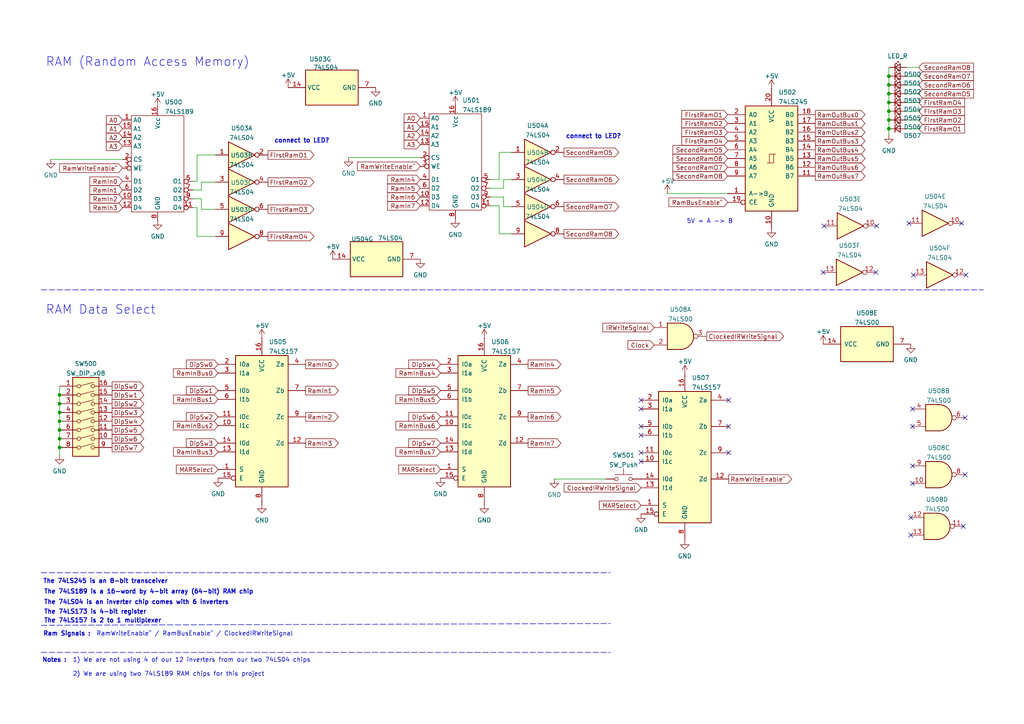
<source format=kicad_sch>
(kicad_sch (version 20211123) (generator eeschema)

  (uuid 74495a3f-9f01-4441-977e-348554694c47)

  (paper "A4")

  (title_block
    (title "RAM")
    (date "2022-05-25")
    (rev "0.1v")
    (company "FLYX")
  )

  (lib_symbols
    (symbol "74LS189_1" (in_bom yes) (on_board yes)
      (property "Reference" "U501" (id 0) (at 4.5594 12.8057 0)
        (effects (font (size 1.27 1.27)) (justify left))
      )
      (property "Value" "74LS189_1" (id 1) (at 4.5594 10.0306 0)
        (effects (font (size 1.27 1.27)) (justify left))
      )
      (property "Footprint" "" (id 2) (at -19.05 13.97 0)
        (effects (font (size 1.27 1.27)) hide)
      )
      (property "Datasheet" "" (id 3) (at -19.05 13.97 0)
        (effects (font (size 1.27 1.27)) hide)
      )
      (symbol "74LS189_1_1_1"
        (rectangle (start -5.08 8.89) (end 10.16 -19.05)
          (stroke (width 0.1524) (type default) (color 0 0 0 0))
          (fill (type none))
        )
        (pin input line (at -7.62 7.62 0) (length 2.54)
          (name "A0" (effects (font (size 1.27 1.27))))
          (number "1" (effects (font (size 1.27 1.27))))
        )
        (pin input line (at -7.62 -15.24 0) (length 2.54)
          (name "D3" (effects (font (size 1.27 1.27))))
          (number "10" (effects (font (size 1.27 1.27))))
        )
        (pin output inverted (at 12.7 -17.78 180) (length 2.54)
          (name "O4" (effects (font (size 1.27 1.27))))
          (number "11" (effects (font (size 1.27 1.27))))
        )
        (pin input line (at -7.62 -17.78 0) (length 2.54)
          (name "D4" (effects (font (size 1.27 1.27))))
          (number "12" (effects (font (size 1.27 1.27))))
        )
        (pin input line (at -7.62 0 0) (length 2.54)
          (name "A3" (effects (font (size 1.27 1.27))))
          (number "13" (effects (font (size 1.27 1.27))))
        )
        (pin input line (at -7.62 2.54 0) (length 2.54)
          (name "A2" (effects (font (size 1.27 1.27))))
          (number "14" (effects (font (size 1.27 1.27))))
        )
        (pin input line (at -7.62 5.08 0) (length 2.54)
          (name "A1" (effects (font (size 1.27 1.27))))
          (number "15" (effects (font (size 1.27 1.27))))
        )
        (pin power_in line (at 2.54 11.43 270) (length 2.54)
          (name "Vcc" (effects (font (size 1.27 1.27))))
          (number "16" (effects (font (size 1.27 1.27))))
        )
        (pin input inverted (at -7.62 -3.81 0) (length 2.54)
          (name "CS" (effects (font (size 1.27 1.27))))
          (number "2" (effects (font (size 1.27 1.27))))
        )
        (pin input inverted (at -7.62 -6.35 0) (length 2.54)
          (name "WE" (effects (font (size 1.27 1.27))))
          (number "3" (effects (font (size 1.27 1.27))))
        )
        (pin input line (at -7.62 -10.16 0) (length 2.54)
          (name "D1" (effects (font (size 1.27 1.27))))
          (number "4" (effects (font (size 1.27 1.27))))
        )
        (pin output inverted (at 12.7 -10.16 180) (length 2.54)
          (name "O1" (effects (font (size 1.27 1.27))))
          (number "5" (effects (font (size 1.27 1.27))))
        )
        (pin input line (at -7.62 -12.7 0) (length 2.54)
          (name "D2" (effects (font (size 1.27 1.27))))
          (number "6" (effects (font (size 1.27 1.27))))
        )
        (pin output inverted (at 12.7 -12.7 180) (length 2.54)
          (name "O2" (effects (font (size 1.27 1.27))))
          (number "7" (effects (font (size 1.27 1.27))))
        )
        (pin power_in line (at 2.54 -21.59 90) (length 2.54)
          (name "GND" (effects (font (size 1.27 1.27))))
          (number "8" (effects (font (size 1.27 1.27))))
        )
        (pin output inverted (at 12.7 -15.24 180) (length 2.54)
          (name "O3" (effects (font (size 1.27 1.27))))
          (number "9" (effects (font (size 1.27 1.27))))
        )
      )
    )
    (symbol "74xx:74LS00" (pin_names (offset 1.016)) (in_bom yes) (on_board yes)
      (property "Reference" "U" (id 0) (at 0 1.27 0)
        (effects (font (size 1.27 1.27)))
      )
      (property "Value" "74LS00" (id 1) (at 0 -1.27 0)
        (effects (font (size 1.27 1.27)))
      )
      (property "Footprint" "" (id 2) (at 0 0 0)
        (effects (font (size 1.27 1.27)) hide)
      )
      (property "Datasheet" "http://www.ti.com/lit/gpn/sn74ls00" (id 3) (at 0 0 0)
        (effects (font (size 1.27 1.27)) hide)
      )
      (property "ki_locked" "" (id 4) (at 0 0 0)
        (effects (font (size 1.27 1.27)))
      )
      (property "ki_keywords" "TTL nand 2-input" (id 5) (at 0 0 0)
        (effects (font (size 1.27 1.27)) hide)
      )
      (property "ki_description" "quad 2-input NAND gate" (id 6) (at 0 0 0)
        (effects (font (size 1.27 1.27)) hide)
      )
      (property "ki_fp_filters" "DIP*W7.62mm* SO14*" (id 7) (at 0 0 0)
        (effects (font (size 1.27 1.27)) hide)
      )
      (symbol "74LS00_1_1"
        (arc (start 0 -3.81) (mid 3.81 0) (end 0 3.81)
          (stroke (width 0.254) (type default) (color 0 0 0 0))
          (fill (type background))
        )
        (polyline
          (pts
            (xy 0 3.81)
            (xy -3.81 3.81)
            (xy -3.81 -3.81)
            (xy 0 -3.81)
          )
          (stroke (width 0.254) (type default) (color 0 0 0 0))
          (fill (type background))
        )
        (pin input line (at -7.62 2.54 0) (length 3.81)
          (name "~" (effects (font (size 1.27 1.27))))
          (number "1" (effects (font (size 1.27 1.27))))
        )
        (pin input line (at -7.62 -2.54 0) (length 3.81)
          (name "~" (effects (font (size 1.27 1.27))))
          (number "2" (effects (font (size 1.27 1.27))))
        )
        (pin output inverted (at 7.62 0 180) (length 3.81)
          (name "~" (effects (font (size 1.27 1.27))))
          (number "3" (effects (font (size 1.27 1.27))))
        )
      )
      (symbol "74LS00_1_2"
        (arc (start -3.81 -3.81) (mid -2.589 0) (end -3.81 3.81)
          (stroke (width 0.254) (type default) (color 0 0 0 0))
          (fill (type none))
        )
        (arc (start -0.6096 -3.81) (mid 2.1855 -2.584) (end 3.81 0)
          (stroke (width 0.254) (type default) (color 0 0 0 0))
          (fill (type background))
        )
        (polyline
          (pts
            (xy -3.81 -3.81)
            (xy -0.635 -3.81)
          )
          (stroke (width 0.254) (type default) (color 0 0 0 0))
          (fill (type background))
        )
        (polyline
          (pts
            (xy -3.81 3.81)
            (xy -0.635 3.81)
          )
          (stroke (width 0.254) (type default) (color 0 0 0 0))
          (fill (type background))
        )
        (polyline
          (pts
            (xy -0.635 3.81)
            (xy -3.81 3.81)
            (xy -3.81 3.81)
            (xy -3.556 3.4036)
            (xy -3.0226 2.2606)
            (xy -2.6924 1.0414)
            (xy -2.6162 -0.254)
            (xy -2.7686 -1.4986)
            (xy -3.175 -2.7178)
            (xy -3.81 -3.81)
            (xy -3.81 -3.81)
            (xy -0.635 -3.81)
          )
          (stroke (width -25.4) (type default) (color 0 0 0 0))
          (fill (type background))
        )
        (arc (start 3.81 0) (mid 2.1928 2.5925) (end -0.6096 3.81)
          (stroke (width 0.254) (type default) (color 0 0 0 0))
          (fill (type background))
        )
        (pin input inverted (at -7.62 2.54 0) (length 4.318)
          (name "~" (effects (font (size 1.27 1.27))))
          (number "1" (effects (font (size 1.27 1.27))))
        )
        (pin input inverted (at -7.62 -2.54 0) (length 4.318)
          (name "~" (effects (font (size 1.27 1.27))))
          (number "2" (effects (font (size 1.27 1.27))))
        )
        (pin output line (at 7.62 0 180) (length 3.81)
          (name "~" (effects (font (size 1.27 1.27))))
          (number "3" (effects (font (size 1.27 1.27))))
        )
      )
      (symbol "74LS00_2_1"
        (arc (start 0 -3.81) (mid 3.81 0) (end 0 3.81)
          (stroke (width 0.254) (type default) (color 0 0 0 0))
          (fill (type background))
        )
        (polyline
          (pts
            (xy 0 3.81)
            (xy -3.81 3.81)
            (xy -3.81 -3.81)
            (xy 0 -3.81)
          )
          (stroke (width 0.254) (type default) (color 0 0 0 0))
          (fill (type background))
        )
        (pin input line (at -7.62 2.54 0) (length 3.81)
          (name "~" (effects (font (size 1.27 1.27))))
          (number "4" (effects (font (size 1.27 1.27))))
        )
        (pin input line (at -7.62 -2.54 0) (length 3.81)
          (name "~" (effects (font (size 1.27 1.27))))
          (number "5" (effects (font (size 1.27 1.27))))
        )
        (pin output inverted (at 7.62 0 180) (length 3.81)
          (name "~" (effects (font (size 1.27 1.27))))
          (number "6" (effects (font (size 1.27 1.27))))
        )
      )
      (symbol "74LS00_2_2"
        (arc (start -3.81 -3.81) (mid -2.589 0) (end -3.81 3.81)
          (stroke (width 0.254) (type default) (color 0 0 0 0))
          (fill (type none))
        )
        (arc (start -0.6096 -3.81) (mid 2.1855 -2.584) (end 3.81 0)
          (stroke (width 0.254) (type default) (color 0 0 0 0))
          (fill (type background))
        )
        (polyline
          (pts
            (xy -3.81 -3.81)
            (xy -0.635 -3.81)
          )
          (stroke (width 0.254) (type default) (color 0 0 0 0))
          (fill (type background))
        )
        (polyline
          (pts
            (xy -3.81 3.81)
            (xy -0.635 3.81)
          )
          (stroke (width 0.254) (type default) (color 0 0 0 0))
          (fill (type background))
        )
        (polyline
          (pts
            (xy -0.635 3.81)
            (xy -3.81 3.81)
            (xy -3.81 3.81)
            (xy -3.556 3.4036)
            (xy -3.0226 2.2606)
            (xy -2.6924 1.0414)
            (xy -2.6162 -0.254)
            (xy -2.7686 -1.4986)
            (xy -3.175 -2.7178)
            (xy -3.81 -3.81)
            (xy -3.81 -3.81)
            (xy -0.635 -3.81)
          )
          (stroke (width -25.4) (type default) (color 0 0 0 0))
          (fill (type background))
        )
        (arc (start 3.81 0) (mid 2.1928 2.5925) (end -0.6096 3.81)
          (stroke (width 0.254) (type default) (color 0 0 0 0))
          (fill (type background))
        )
        (pin input inverted (at -7.62 2.54 0) (length 4.318)
          (name "~" (effects (font (size 1.27 1.27))))
          (number "4" (effects (font (size 1.27 1.27))))
        )
        (pin input inverted (at -7.62 -2.54 0) (length 4.318)
          (name "~" (effects (font (size 1.27 1.27))))
          (number "5" (effects (font (size 1.27 1.27))))
        )
        (pin output line (at 7.62 0 180) (length 3.81)
          (name "~" (effects (font (size 1.27 1.27))))
          (number "6" (effects (font (size 1.27 1.27))))
        )
      )
      (symbol "74LS00_3_1"
        (arc (start 0 -3.81) (mid 3.81 0) (end 0 3.81)
          (stroke (width 0.254) (type default) (color 0 0 0 0))
          (fill (type background))
        )
        (polyline
          (pts
            (xy 0 3.81)
            (xy -3.81 3.81)
            (xy -3.81 -3.81)
            (xy 0 -3.81)
          )
          (stroke (width 0.254) (type default) (color 0 0 0 0))
          (fill (type background))
        )
        (pin input line (at -7.62 -2.54 0) (length 3.81)
          (name "~" (effects (font (size 1.27 1.27))))
          (number "10" (effects (font (size 1.27 1.27))))
        )
        (pin output inverted (at 7.62 0 180) (length 3.81)
          (name "~" (effects (font (size 1.27 1.27))))
          (number "8" (effects (font (size 1.27 1.27))))
        )
        (pin input line (at -7.62 2.54 0) (length 3.81)
          (name "~" (effects (font (size 1.27 1.27))))
          (number "9" (effects (font (size 1.27 1.27))))
        )
      )
      (symbol "74LS00_3_2"
        (arc (start -3.81 -3.81) (mid -2.589 0) (end -3.81 3.81)
          (stroke (width 0.254) (type default) (color 0 0 0 0))
          (fill (type none))
        )
        (arc (start -0.6096 -3.81) (mid 2.1855 -2.584) (end 3.81 0)
          (stroke (width 0.254) (type default) (color 0 0 0 0))
          (fill (type background))
        )
        (polyline
          (pts
            (xy -3.81 -3.81)
            (xy -0.635 -3.81)
          )
          (stroke (width 0.254) (type default) (color 0 0 0 0))
          (fill (type background))
        )
        (polyline
          (pts
            (xy -3.81 3.81)
            (xy -0.635 3.81)
          )
          (stroke (width 0.254) (type default) (color 0 0 0 0))
          (fill (type background))
        )
        (polyline
          (pts
            (xy -0.635 3.81)
            (xy -3.81 3.81)
            (xy -3.81 3.81)
            (xy -3.556 3.4036)
            (xy -3.0226 2.2606)
            (xy -2.6924 1.0414)
            (xy -2.6162 -0.254)
            (xy -2.7686 -1.4986)
            (xy -3.175 -2.7178)
            (xy -3.81 -3.81)
            (xy -3.81 -3.81)
            (xy -0.635 -3.81)
          )
          (stroke (width -25.4) (type default) (color 0 0 0 0))
          (fill (type background))
        )
        (arc (start 3.81 0) (mid 2.1928 2.5925) (end -0.6096 3.81)
          (stroke (width 0.254) (type default) (color 0 0 0 0))
          (fill (type background))
        )
        (pin input inverted (at -7.62 -2.54 0) (length 4.318)
          (name "~" (effects (font (size 1.27 1.27))))
          (number "10" (effects (font (size 1.27 1.27))))
        )
        (pin output line (at 7.62 0 180) (length 3.81)
          (name "~" (effects (font (size 1.27 1.27))))
          (number "8" (effects (font (size 1.27 1.27))))
        )
        (pin input inverted (at -7.62 2.54 0) (length 4.318)
          (name "~" (effects (font (size 1.27 1.27))))
          (number "9" (effects (font (size 1.27 1.27))))
        )
      )
      (symbol "74LS00_4_1"
        (arc (start 0 -3.81) (mid 3.81 0) (end 0 3.81)
          (stroke (width 0.254) (type default) (color 0 0 0 0))
          (fill (type background))
        )
        (polyline
          (pts
            (xy 0 3.81)
            (xy -3.81 3.81)
            (xy -3.81 -3.81)
            (xy 0 -3.81)
          )
          (stroke (width 0.254) (type default) (color 0 0 0 0))
          (fill (type background))
        )
        (pin output inverted (at 7.62 0 180) (length 3.81)
          (name "~" (effects (font (size 1.27 1.27))))
          (number "11" (effects (font (size 1.27 1.27))))
        )
        (pin input line (at -7.62 2.54 0) (length 3.81)
          (name "~" (effects (font (size 1.27 1.27))))
          (number "12" (effects (font (size 1.27 1.27))))
        )
        (pin input line (at -7.62 -2.54 0) (length 3.81)
          (name "~" (effects (font (size 1.27 1.27))))
          (number "13" (effects (font (size 1.27 1.27))))
        )
      )
      (symbol "74LS00_4_2"
        (arc (start -3.81 -3.81) (mid -2.589 0) (end -3.81 3.81)
          (stroke (width 0.254) (type default) (color 0 0 0 0))
          (fill (type none))
        )
        (arc (start -0.6096 -3.81) (mid 2.1855 -2.584) (end 3.81 0)
          (stroke (width 0.254) (type default) (color 0 0 0 0))
          (fill (type background))
        )
        (polyline
          (pts
            (xy -3.81 -3.81)
            (xy -0.635 -3.81)
          )
          (stroke (width 0.254) (type default) (color 0 0 0 0))
          (fill (type background))
        )
        (polyline
          (pts
            (xy -3.81 3.81)
            (xy -0.635 3.81)
          )
          (stroke (width 0.254) (type default) (color 0 0 0 0))
          (fill (type background))
        )
        (polyline
          (pts
            (xy -0.635 3.81)
            (xy -3.81 3.81)
            (xy -3.81 3.81)
            (xy -3.556 3.4036)
            (xy -3.0226 2.2606)
            (xy -2.6924 1.0414)
            (xy -2.6162 -0.254)
            (xy -2.7686 -1.4986)
            (xy -3.175 -2.7178)
            (xy -3.81 -3.81)
            (xy -3.81 -3.81)
            (xy -0.635 -3.81)
          )
          (stroke (width -25.4) (type default) (color 0 0 0 0))
          (fill (type background))
        )
        (arc (start 3.81 0) (mid 2.1928 2.5925) (end -0.6096 3.81)
          (stroke (width 0.254) (type default) (color 0 0 0 0))
          (fill (type background))
        )
        (pin output line (at 7.62 0 180) (length 3.81)
          (name "~" (effects (font (size 1.27 1.27))))
          (number "11" (effects (font (size 1.27 1.27))))
        )
        (pin input inverted (at -7.62 2.54 0) (length 4.318)
          (name "~" (effects (font (size 1.27 1.27))))
          (number "12" (effects (font (size 1.27 1.27))))
        )
        (pin input inverted (at -7.62 -2.54 0) (length 4.318)
          (name "~" (effects (font (size 1.27 1.27))))
          (number "13" (effects (font (size 1.27 1.27))))
        )
      )
      (symbol "74LS00_5_0"
        (pin power_in line (at 0 12.7 270) (length 5.08)
          (name "VCC" (effects (font (size 1.27 1.27))))
          (number "14" (effects (font (size 1.27 1.27))))
        )
        (pin power_in line (at 0 -12.7 90) (length 5.08)
          (name "GND" (effects (font (size 1.27 1.27))))
          (number "7" (effects (font (size 1.27 1.27))))
        )
      )
      (symbol "74LS00_5_1"
        (rectangle (start -5.08 7.62) (end 5.08 -7.62)
          (stroke (width 0.254) (type default) (color 0 0 0 0))
          (fill (type background))
        )
      )
    )
    (symbol "74xx:74LS04" (in_bom yes) (on_board yes)
      (property "Reference" "U" (id 0) (at 0 1.27 0)
        (effects (font (size 1.27 1.27)))
      )
      (property "Value" "74LS04" (id 1) (at 0 -1.27 0)
        (effects (font (size 1.27 1.27)))
      )
      (property "Footprint" "" (id 2) (at 0 0 0)
        (effects (font (size 1.27 1.27)) hide)
      )
      (property "Datasheet" "http://www.ti.com/lit/gpn/sn74LS04" (id 3) (at 0 0 0)
        (effects (font (size 1.27 1.27)) hide)
      )
      (property "ki_locked" "" (id 4) (at 0 0 0)
        (effects (font (size 1.27 1.27)))
      )
      (property "ki_keywords" "TTL not inv" (id 5) (at 0 0 0)
        (effects (font (size 1.27 1.27)) hide)
      )
      (property "ki_description" "Hex Inverter" (id 6) (at 0 0 0)
        (effects (font (size 1.27 1.27)) hide)
      )
      (property "ki_fp_filters" "DIP*W7.62mm* SSOP?14* TSSOP?14*" (id 7) (at 0 0 0)
        (effects (font (size 1.27 1.27)) hide)
      )
      (symbol "74LS04_1_0"
        (polyline
          (pts
            (xy -3.81 3.81)
            (xy -3.81 -3.81)
            (xy 3.81 0)
            (xy -3.81 3.81)
          )
          (stroke (width 0.254) (type default) (color 0 0 0 0))
          (fill (type background))
        )
        (pin input line (at -7.62 0 0) (length 3.81)
          (name "~" (effects (font (size 1.27 1.27))))
          (number "1" (effects (font (size 1.27 1.27))))
        )
        (pin output inverted (at 7.62 0 180) (length 3.81)
          (name "~" (effects (font (size 1.27 1.27))))
          (number "2" (effects (font (size 1.27 1.27))))
        )
      )
      (symbol "74LS04_2_0"
        (polyline
          (pts
            (xy -3.81 3.81)
            (xy -3.81 -3.81)
            (xy 3.81 0)
            (xy -3.81 3.81)
          )
          (stroke (width 0.254) (type default) (color 0 0 0 0))
          (fill (type background))
        )
        (pin input line (at -7.62 0 0) (length 3.81)
          (name "~" (effects (font (size 1.27 1.27))))
          (number "3" (effects (font (size 1.27 1.27))))
        )
        (pin output inverted (at 7.62 0 180) (length 3.81)
          (name "~" (effects (font (size 1.27 1.27))))
          (number "4" (effects (font (size 1.27 1.27))))
        )
      )
      (symbol "74LS04_3_0"
        (polyline
          (pts
            (xy -3.81 3.81)
            (xy -3.81 -3.81)
            (xy 3.81 0)
            (xy -3.81 3.81)
          )
          (stroke (width 0.254) (type default) (color 0 0 0 0))
          (fill (type background))
        )
        (pin input line (at -7.62 0 0) (length 3.81)
          (name "~" (effects (font (size 1.27 1.27))))
          (number "5" (effects (font (size 1.27 1.27))))
        )
        (pin output inverted (at 7.62 0 180) (length 3.81)
          (name "~" (effects (font (size 1.27 1.27))))
          (number "6" (effects (font (size 1.27 1.27))))
        )
      )
      (symbol "74LS04_4_0"
        (polyline
          (pts
            (xy -3.81 3.81)
            (xy -3.81 -3.81)
            (xy 3.81 0)
            (xy -3.81 3.81)
          )
          (stroke (width 0.254) (type default) (color 0 0 0 0))
          (fill (type background))
        )
        (pin output inverted (at 7.62 0 180) (length 3.81)
          (name "~" (effects (font (size 1.27 1.27))))
          (number "8" (effects (font (size 1.27 1.27))))
        )
        (pin input line (at -7.62 0 0) (length 3.81)
          (name "~" (effects (font (size 1.27 1.27))))
          (number "9" (effects (font (size 1.27 1.27))))
        )
      )
      (symbol "74LS04_5_0"
        (polyline
          (pts
            (xy -3.81 3.81)
            (xy -3.81 -3.81)
            (xy 3.81 0)
            (xy -3.81 3.81)
          )
          (stroke (width 0.254) (type default) (color 0 0 0 0))
          (fill (type background))
        )
        (pin output inverted (at 7.62 0 180) (length 3.81)
          (name "~" (effects (font (size 1.27 1.27))))
          (number "10" (effects (font (size 1.27 1.27))))
        )
        (pin input line (at -7.62 0 0) (length 3.81)
          (name "~" (effects (font (size 1.27 1.27))))
          (number "11" (effects (font (size 1.27 1.27))))
        )
      )
      (symbol "74LS04_6_0"
        (polyline
          (pts
            (xy -3.81 3.81)
            (xy -3.81 -3.81)
            (xy 3.81 0)
            (xy -3.81 3.81)
          )
          (stroke (width 0.254) (type default) (color 0 0 0 0))
          (fill (type background))
        )
        (pin output inverted (at 7.62 0 180) (length 3.81)
          (name "~" (effects (font (size 1.27 1.27))))
          (number "12" (effects (font (size 1.27 1.27))))
        )
        (pin input line (at -7.62 0 0) (length 3.81)
          (name "~" (effects (font (size 1.27 1.27))))
          (number "13" (effects (font (size 1.27 1.27))))
        )
      )
      (symbol "74LS04_7_0"
        (pin power_in line (at 0 12.7 270) (length 5.08)
          (name "VCC" (effects (font (size 1.27 1.27))))
          (number "14" (effects (font (size 1.27 1.27))))
        )
        (pin power_in line (at 0 -12.7 90) (length 5.08)
          (name "GND" (effects (font (size 1.27 1.27))))
          (number "7" (effects (font (size 1.27 1.27))))
        )
      )
      (symbol "74LS04_7_1"
        (rectangle (start -5.08 7.62) (end 5.08 -7.62)
          (stroke (width 0.254) (type default) (color 0 0 0 0))
          (fill (type background))
        )
      )
    )
    (symbol "74xx:74LS157" (pin_names (offset 1.016)) (in_bom yes) (on_board yes)
      (property "Reference" "U" (id 0) (at -7.62 19.05 0)
        (effects (font (size 1.27 1.27)))
      )
      (property "Value" "74LS157" (id 1) (at -7.62 -21.59 0)
        (effects (font (size 1.27 1.27)))
      )
      (property "Footprint" "" (id 2) (at 0 0 0)
        (effects (font (size 1.27 1.27)) hide)
      )
      (property "Datasheet" "http://www.ti.com/lit/gpn/sn74LS157" (id 3) (at 0 0 0)
        (effects (font (size 1.27 1.27)) hide)
      )
      (property "ki_locked" "" (id 4) (at 0 0 0)
        (effects (font (size 1.27 1.27)))
      )
      (property "ki_keywords" "TTL MUX MUX2" (id 5) (at 0 0 0)
        (effects (font (size 1.27 1.27)) hide)
      )
      (property "ki_description" "Quad 2 to 1 line Multiplexer" (id 6) (at 0 0 0)
        (effects (font (size 1.27 1.27)) hide)
      )
      (property "ki_fp_filters" "DIP?16*" (id 7) (at 0 0 0)
        (effects (font (size 1.27 1.27)) hide)
      )
      (symbol "74LS157_1_0"
        (pin input line (at -12.7 -15.24 0) (length 5.08)
          (name "S" (effects (font (size 1.27 1.27))))
          (number "1" (effects (font (size 1.27 1.27))))
        )
        (pin input line (at -12.7 -2.54 0) (length 5.08)
          (name "I1c" (effects (font (size 1.27 1.27))))
          (number "10" (effects (font (size 1.27 1.27))))
        )
        (pin input line (at -12.7 0 0) (length 5.08)
          (name "I0c" (effects (font (size 1.27 1.27))))
          (number "11" (effects (font (size 1.27 1.27))))
        )
        (pin output line (at 12.7 -7.62 180) (length 5.08)
          (name "Zd" (effects (font (size 1.27 1.27))))
          (number "12" (effects (font (size 1.27 1.27))))
        )
        (pin input line (at -12.7 -10.16 0) (length 5.08)
          (name "I1d" (effects (font (size 1.27 1.27))))
          (number "13" (effects (font (size 1.27 1.27))))
        )
        (pin input line (at -12.7 -7.62 0) (length 5.08)
          (name "I0d" (effects (font (size 1.27 1.27))))
          (number "14" (effects (font (size 1.27 1.27))))
        )
        (pin input inverted (at -12.7 -17.78 0) (length 5.08)
          (name "E" (effects (font (size 1.27 1.27))))
          (number "15" (effects (font (size 1.27 1.27))))
        )
        (pin power_in line (at 0 22.86 270) (length 5.08)
          (name "VCC" (effects (font (size 1.27 1.27))))
          (number "16" (effects (font (size 1.27 1.27))))
        )
        (pin input line (at -12.7 15.24 0) (length 5.08)
          (name "I0a" (effects (font (size 1.27 1.27))))
          (number "2" (effects (font (size 1.27 1.27))))
        )
        (pin input line (at -12.7 12.7 0) (length 5.08)
          (name "I1a" (effects (font (size 1.27 1.27))))
          (number "3" (effects (font (size 1.27 1.27))))
        )
        (pin output line (at 12.7 15.24 180) (length 5.08)
          (name "Za" (effects (font (size 1.27 1.27))))
          (number "4" (effects (font (size 1.27 1.27))))
        )
        (pin input line (at -12.7 7.62 0) (length 5.08)
          (name "I0b" (effects (font (size 1.27 1.27))))
          (number "5" (effects (font (size 1.27 1.27))))
        )
        (pin input line (at -12.7 5.08 0) (length 5.08)
          (name "I1b" (effects (font (size 1.27 1.27))))
          (number "6" (effects (font (size 1.27 1.27))))
        )
        (pin output line (at 12.7 7.62 180) (length 5.08)
          (name "Zb" (effects (font (size 1.27 1.27))))
          (number "7" (effects (font (size 1.27 1.27))))
        )
        (pin power_in line (at 0 -25.4 90) (length 5.08)
          (name "GND" (effects (font (size 1.27 1.27))))
          (number "8" (effects (font (size 1.27 1.27))))
        )
        (pin output line (at 12.7 0 180) (length 5.08)
          (name "Zc" (effects (font (size 1.27 1.27))))
          (number "9" (effects (font (size 1.27 1.27))))
        )
      )
      (symbol "74LS157_1_1"
        (rectangle (start -7.62 17.78) (end 7.62 -20.32)
          (stroke (width 0.254) (type default) (color 0 0 0 0))
          (fill (type background))
        )
      )
    )
    (symbol "74xx:74LS189" (in_bom yes) (on_board yes)
      (property "Reference" "U500" (id 0) (at 4.5594 12.8057 0)
        (effects (font (size 1.27 1.27)) (justify left))
      )
      (property "Value" "74LS189" (id 1) (at 4.5594 10.0306 0)
        (effects (font (size 1.27 1.27)) (justify left))
      )
      (property "Footprint" "" (id 2) (at -19.05 13.97 0)
        (effects (font (size 1.27 1.27)) hide)
      )
      (property "Datasheet" "" (id 3) (at -19.05 13.97 0)
        (effects (font (size 1.27 1.27)) hide)
      )
      (symbol "74LS189_1_1"
        (rectangle (start -5.08 8.89) (end 10.16 -19.05)
          (stroke (width 0.1524) (type default) (color 0 0 0 0))
          (fill (type none))
        )
        (pin input line (at -7.62 7.62 0) (length 2.54)
          (name "A0" (effects (font (size 1.27 1.27))))
          (number "1" (effects (font (size 1.27 1.27))))
        )
        (pin input line (at -7.62 -15.24 0) (length 2.54)
          (name "D3" (effects (font (size 1.27 1.27))))
          (number "10" (effects (font (size 1.27 1.27))))
        )
        (pin output inverted (at 12.7 -17.78 180) (length 2.54)
          (name "O4" (effects (font (size 1.27 1.27))))
          (number "11" (effects (font (size 1.27 1.27))))
        )
        (pin input line (at -7.62 -17.78 0) (length 2.54)
          (name "D4" (effects (font (size 1.27 1.27))))
          (number "12" (effects (font (size 1.27 1.27))))
        )
        (pin input line (at -7.62 0 0) (length 2.54)
          (name "A3" (effects (font (size 1.27 1.27))))
          (number "13" (effects (font (size 1.27 1.27))))
        )
        (pin input line (at -7.62 2.54 0) (length 2.54)
          (name "A2" (effects (font (size 1.27 1.27))))
          (number "14" (effects (font (size 1.27 1.27))))
        )
        (pin input line (at -7.62 5.08 0) (length 2.54)
          (name "A1" (effects (font (size 1.27 1.27))))
          (number "15" (effects (font (size 1.27 1.27))))
        )
        (pin power_in line (at 2.54 11.43 270) (length 2.54)
          (name "Vcc" (effects (font (size 1.27 1.27))))
          (number "16" (effects (font (size 1.27 1.27))))
        )
        (pin input inverted (at -7.62 -3.81 0) (length 2.54)
          (name "CS" (effects (font (size 1.27 1.27))))
          (number "2" (effects (font (size 1.27 1.27))))
        )
        (pin input inverted (at -7.62 -6.35 0) (length 2.54)
          (name "WE" (effects (font (size 1.27 1.27))))
          (number "3" (effects (font (size 1.27 1.27))))
        )
        (pin input line (at -7.62 -10.16 0) (length 2.54)
          (name "D1" (effects (font (size 1.27 1.27))))
          (number "4" (effects (font (size 1.27 1.27))))
        )
        (pin output inverted (at 12.7 -10.16 180) (length 2.54)
          (name "O1" (effects (font (size 1.27 1.27))))
          (number "5" (effects (font (size 1.27 1.27))))
        )
        (pin input line (at -7.62 -12.7 0) (length 2.54)
          (name "D2" (effects (font (size 1.27 1.27))))
          (number "6" (effects (font (size 1.27 1.27))))
        )
        (pin output inverted (at 12.7 -12.7 180) (length 2.54)
          (name "O2" (effects (font (size 1.27 1.27))))
          (number "7" (effects (font (size 1.27 1.27))))
        )
        (pin power_in line (at 2.54 -21.59 90) (length 2.54)
          (name "GND" (effects (font (size 1.27 1.27))))
          (number "8" (effects (font (size 1.27 1.27))))
        )
        (pin output inverted (at 12.7 -15.24 180) (length 2.54)
          (name "O3" (effects (font (size 1.27 1.27))))
          (number "9" (effects (font (size 1.27 1.27))))
        )
      )
    )
    (symbol "74xx:74LS245" (pin_names (offset 1.016)) (in_bom yes) (on_board yes)
      (property "Reference" "U" (id 0) (at -7.62 16.51 0)
        (effects (font (size 1.27 1.27)))
      )
      (property "Value" "74LS245" (id 1) (at -7.62 -16.51 0)
        (effects (font (size 1.27 1.27)))
      )
      (property "Footprint" "" (id 2) (at 0 0 0)
        (effects (font (size 1.27 1.27)) hide)
      )
      (property "Datasheet" "http://www.ti.com/lit/gpn/sn74LS245" (id 3) (at 0 0 0)
        (effects (font (size 1.27 1.27)) hide)
      )
      (property "ki_locked" "" (id 4) (at 0 0 0)
        (effects (font (size 1.27 1.27)))
      )
      (property "ki_keywords" "TTL BUS 3State" (id 5) (at 0 0 0)
        (effects (font (size 1.27 1.27)) hide)
      )
      (property "ki_description" "Octal BUS Transceivers, 3-State outputs" (id 6) (at 0 0 0)
        (effects (font (size 1.27 1.27)) hide)
      )
      (property "ki_fp_filters" "DIP?20*" (id 7) (at 0 0 0)
        (effects (font (size 1.27 1.27)) hide)
      )
      (symbol "74LS245_1_0"
        (polyline
          (pts
            (xy -0.635 -1.27)
            (xy -0.635 1.27)
            (xy 0.635 1.27)
          )
          (stroke (width 0) (type default) (color 0 0 0 0))
          (fill (type none))
        )
        (polyline
          (pts
            (xy -1.27 -1.27)
            (xy 0.635 -1.27)
            (xy 0.635 1.27)
            (xy 1.27 1.27)
          )
          (stroke (width 0) (type default) (color 0 0 0 0))
          (fill (type none))
        )
        (pin input line (at -12.7 -10.16 0) (length 5.08)
          (name "A->B" (effects (font (size 1.27 1.27))))
          (number "1" (effects (font (size 1.27 1.27))))
        )
        (pin power_in line (at 0 -20.32 90) (length 5.08)
          (name "GND" (effects (font (size 1.27 1.27))))
          (number "10" (effects (font (size 1.27 1.27))))
        )
        (pin tri_state line (at 12.7 -5.08 180) (length 5.08)
          (name "B7" (effects (font (size 1.27 1.27))))
          (number "11" (effects (font (size 1.27 1.27))))
        )
        (pin tri_state line (at 12.7 -2.54 180) (length 5.08)
          (name "B6" (effects (font (size 1.27 1.27))))
          (number "12" (effects (font (size 1.27 1.27))))
        )
        (pin tri_state line (at 12.7 0 180) (length 5.08)
          (name "B5" (effects (font (size 1.27 1.27))))
          (number "13" (effects (font (size 1.27 1.27))))
        )
        (pin tri_state line (at 12.7 2.54 180) (length 5.08)
          (name "B4" (effects (font (size 1.27 1.27))))
          (number "14" (effects (font (size 1.27 1.27))))
        )
        (pin tri_state line (at 12.7 5.08 180) (length 5.08)
          (name "B3" (effects (font (size 1.27 1.27))))
          (number "15" (effects (font (size 1.27 1.27))))
        )
        (pin tri_state line (at 12.7 7.62 180) (length 5.08)
          (name "B2" (effects (font (size 1.27 1.27))))
          (number "16" (effects (font (size 1.27 1.27))))
        )
        (pin tri_state line (at 12.7 10.16 180) (length 5.08)
          (name "B1" (effects (font (size 1.27 1.27))))
          (number "17" (effects (font (size 1.27 1.27))))
        )
        (pin tri_state line (at 12.7 12.7 180) (length 5.08)
          (name "B0" (effects (font (size 1.27 1.27))))
          (number "18" (effects (font (size 1.27 1.27))))
        )
        (pin input inverted (at -12.7 -12.7 0) (length 5.08)
          (name "CE" (effects (font (size 1.27 1.27))))
          (number "19" (effects (font (size 1.27 1.27))))
        )
        (pin tri_state line (at -12.7 12.7 0) (length 5.08)
          (name "A0" (effects (font (size 1.27 1.27))))
          (number "2" (effects (font (size 1.27 1.27))))
        )
        (pin power_in line (at 0 20.32 270) (length 5.08)
          (name "VCC" (effects (font (size 1.27 1.27))))
          (number "20" (effects (font (size 1.27 1.27))))
        )
        (pin tri_state line (at -12.7 10.16 0) (length 5.08)
          (name "A1" (effects (font (size 1.27 1.27))))
          (number "3" (effects (font (size 1.27 1.27))))
        )
        (pin tri_state line (at -12.7 7.62 0) (length 5.08)
          (name "A2" (effects (font (size 1.27 1.27))))
          (number "4" (effects (font (size 1.27 1.27))))
        )
        (pin tri_state line (at -12.7 5.08 0) (length 5.08)
          (name "A3" (effects (font (size 1.27 1.27))))
          (number "5" (effects (font (size 1.27 1.27))))
        )
        (pin tri_state line (at -12.7 2.54 0) (length 5.08)
          (name "A4" (effects (font (size 1.27 1.27))))
          (number "6" (effects (font (size 1.27 1.27))))
        )
        (pin tri_state line (at -12.7 0 0) (length 5.08)
          (name "A5" (effects (font (size 1.27 1.27))))
          (number "7" (effects (font (size 1.27 1.27))))
        )
        (pin tri_state line (at -12.7 -2.54 0) (length 5.08)
          (name "A6" (effects (font (size 1.27 1.27))))
          (number "8" (effects (font (size 1.27 1.27))))
        )
        (pin tri_state line (at -12.7 -5.08 0) (length 5.08)
          (name "A7" (effects (font (size 1.27 1.27))))
          (number "9" (effects (font (size 1.27 1.27))))
        )
      )
      (symbol "74LS245_1_1"
        (rectangle (start -7.62 15.24) (end 7.62 -15.24)
          (stroke (width 0.254) (type default) (color 0 0 0 0))
          (fill (type background))
        )
      )
    )
    (symbol "Device:LED_Small" (pin_numbers hide) (pin_names (offset 0.254) hide) (in_bom yes) (on_board yes)
      (property "Reference" "D" (id 0) (at -1.27 3.175 0)
        (effects (font (size 1.27 1.27)) (justify left))
      )
      (property "Value" "LED_Small" (id 1) (at -4.445 -2.54 0)
        (effects (font (size 1.27 1.27)) (justify left))
      )
      (property "Footprint" "" (id 2) (at 0 0 90)
        (effects (font (size 1.27 1.27)) hide)
      )
      (property "Datasheet" "~" (id 3) (at 0 0 90)
        (effects (font (size 1.27 1.27)) hide)
      )
      (property "ki_keywords" "LED diode light-emitting-diode" (id 4) (at 0 0 0)
        (effects (font (size 1.27 1.27)) hide)
      )
      (property "ki_description" "Light emitting diode, small symbol" (id 5) (at 0 0 0)
        (effects (font (size 1.27 1.27)) hide)
      )
      (property "ki_fp_filters" "LED* LED_SMD:* LED_THT:*" (id 6) (at 0 0 0)
        (effects (font (size 1.27 1.27)) hide)
      )
      (symbol "LED_Small_0_1"
        (polyline
          (pts
            (xy -0.762 -1.016)
            (xy -0.762 1.016)
          )
          (stroke (width 0.254) (type default) (color 0 0 0 0))
          (fill (type none))
        )
        (polyline
          (pts
            (xy 1.016 0)
            (xy -0.762 0)
          )
          (stroke (width 0) (type default) (color 0 0 0 0))
          (fill (type none))
        )
        (polyline
          (pts
            (xy 0.762 -1.016)
            (xy -0.762 0)
            (xy 0.762 1.016)
            (xy 0.762 -1.016)
          )
          (stroke (width 0.254) (type default) (color 0 0 0 0))
          (fill (type none))
        )
        (polyline
          (pts
            (xy 0 0.762)
            (xy -0.508 1.27)
            (xy -0.254 1.27)
            (xy -0.508 1.27)
            (xy -0.508 1.016)
          )
          (stroke (width 0) (type default) (color 0 0 0 0))
          (fill (type none))
        )
        (polyline
          (pts
            (xy 0.508 1.27)
            (xy 0 1.778)
            (xy 0.254 1.778)
            (xy 0 1.778)
            (xy 0 1.524)
          )
          (stroke (width 0) (type default) (color 0 0 0 0))
          (fill (type none))
        )
      )
      (symbol "LED_Small_1_1"
        (pin passive line (at -2.54 0 0) (length 1.778)
          (name "K" (effects (font (size 1.27 1.27))))
          (number "1" (effects (font (size 1.27 1.27))))
        )
        (pin passive line (at 2.54 0 180) (length 1.778)
          (name "A" (effects (font (size 1.27 1.27))))
          (number "2" (effects (font (size 1.27 1.27))))
        )
      )
    )
    (symbol "Switch:SW_DIP_x08" (pin_names (offset 0) hide) (in_bom yes) (on_board yes)
      (property "Reference" "SW" (id 0) (at 0 13.97 0)
        (effects (font (size 1.27 1.27)))
      )
      (property "Value" "SW_DIP_x08" (id 1) (at 0 -11.43 0)
        (effects (font (size 1.27 1.27)))
      )
      (property "Footprint" "" (id 2) (at 0 0 0)
        (effects (font (size 1.27 1.27)) hide)
      )
      (property "Datasheet" "~" (id 3) (at 0 0 0)
        (effects (font (size 1.27 1.27)) hide)
      )
      (property "ki_keywords" "dip switch" (id 4) (at 0 0 0)
        (effects (font (size 1.27 1.27)) hide)
      )
      (property "ki_description" "8x DIP Switch, Single Pole Single Throw (SPST) switch, small symbol" (id 5) (at 0 0 0)
        (effects (font (size 1.27 1.27)) hide)
      )
      (property "ki_fp_filters" "SW?DIP?x8*" (id 6) (at 0 0 0)
        (effects (font (size 1.27 1.27)) hide)
      )
      (symbol "SW_DIP_x08_0_0"
        (circle (center -2.032 -7.62) (radius 0.508)
          (stroke (width 0) (type default) (color 0 0 0 0))
          (fill (type none))
        )
        (circle (center -2.032 -5.08) (radius 0.508)
          (stroke (width 0) (type default) (color 0 0 0 0))
          (fill (type none))
        )
        (circle (center -2.032 -2.54) (radius 0.508)
          (stroke (width 0) (type default) (color 0 0 0 0))
          (fill (type none))
        )
        (circle (center -2.032 0) (radius 0.508)
          (stroke (width 0) (type default) (color 0 0 0 0))
          (fill (type none))
        )
        (circle (center -2.032 2.54) (radius 0.508)
          (stroke (width 0) (type default) (color 0 0 0 0))
          (fill (type none))
        )
        (circle (center -2.032 5.08) (radius 0.508)
          (stroke (width 0) (type default) (color 0 0 0 0))
          (fill (type none))
        )
        (circle (center -2.032 7.62) (radius 0.508)
          (stroke (width 0) (type default) (color 0 0 0 0))
          (fill (type none))
        )
        (circle (center -2.032 10.16) (radius 0.508)
          (stroke (width 0) (type default) (color 0 0 0 0))
          (fill (type none))
        )
        (polyline
          (pts
            (xy -1.524 -7.4676)
            (xy 2.3622 -6.4262)
          )
          (stroke (width 0) (type default) (color 0 0 0 0))
          (fill (type none))
        )
        (polyline
          (pts
            (xy -1.524 -4.9276)
            (xy 2.3622 -3.8862)
          )
          (stroke (width 0) (type default) (color 0 0 0 0))
          (fill (type none))
        )
        (polyline
          (pts
            (xy -1.524 -2.3876)
            (xy 2.3622 -1.3462)
          )
          (stroke (width 0) (type default) (color 0 0 0 0))
          (fill (type none))
        )
        (polyline
          (pts
            (xy -1.524 0.127)
            (xy 2.3622 1.1684)
          )
          (stroke (width 0) (type default) (color 0 0 0 0))
          (fill (type none))
        )
        (polyline
          (pts
            (xy -1.524 2.667)
            (xy 2.3622 3.7084)
          )
          (stroke (width 0) (type default) (color 0 0 0 0))
          (fill (type none))
        )
        (polyline
          (pts
            (xy -1.524 5.207)
            (xy 2.3622 6.2484)
          )
          (stroke (width 0) (type default) (color 0 0 0 0))
          (fill (type none))
        )
        (polyline
          (pts
            (xy -1.524 7.747)
            (xy 2.3622 8.7884)
          )
          (stroke (width 0) (type default) (color 0 0 0 0))
          (fill (type none))
        )
        (polyline
          (pts
            (xy -1.524 10.287)
            (xy 2.3622 11.3284)
          )
          (stroke (width 0) (type default) (color 0 0 0 0))
          (fill (type none))
        )
        (circle (center 2.032 -7.62) (radius 0.508)
          (stroke (width 0) (type default) (color 0 0 0 0))
          (fill (type none))
        )
        (circle (center 2.032 -5.08) (radius 0.508)
          (stroke (width 0) (type default) (color 0 0 0 0))
          (fill (type none))
        )
        (circle (center 2.032 -2.54) (radius 0.508)
          (stroke (width 0) (type default) (color 0 0 0 0))
          (fill (type none))
        )
        (circle (center 2.032 0) (radius 0.508)
          (stroke (width 0) (type default) (color 0 0 0 0))
          (fill (type none))
        )
        (circle (center 2.032 2.54) (radius 0.508)
          (stroke (width 0) (type default) (color 0 0 0 0))
          (fill (type none))
        )
        (circle (center 2.032 5.08) (radius 0.508)
          (stroke (width 0) (type default) (color 0 0 0 0))
          (fill (type none))
        )
        (circle (center 2.032 7.62) (radius 0.508)
          (stroke (width 0) (type default) (color 0 0 0 0))
          (fill (type none))
        )
        (circle (center 2.032 10.16) (radius 0.508)
          (stroke (width 0) (type default) (color 0 0 0 0))
          (fill (type none))
        )
      )
      (symbol "SW_DIP_x08_0_1"
        (rectangle (start -3.81 12.7) (end 3.81 -10.16)
          (stroke (width 0.254) (type default) (color 0 0 0 0))
          (fill (type background))
        )
      )
      (symbol "SW_DIP_x08_1_1"
        (pin passive line (at -7.62 10.16 0) (length 5.08)
          (name "~" (effects (font (size 1.27 1.27))))
          (number "1" (effects (font (size 1.27 1.27))))
        )
        (pin passive line (at 7.62 -5.08 180) (length 5.08)
          (name "~" (effects (font (size 1.27 1.27))))
          (number "10" (effects (font (size 1.27 1.27))))
        )
        (pin passive line (at 7.62 -2.54 180) (length 5.08)
          (name "~" (effects (font (size 1.27 1.27))))
          (number "11" (effects (font (size 1.27 1.27))))
        )
        (pin passive line (at 7.62 0 180) (length 5.08)
          (name "~" (effects (font (size 1.27 1.27))))
          (number "12" (effects (font (size 1.27 1.27))))
        )
        (pin passive line (at 7.62 2.54 180) (length 5.08)
          (name "~" (effects (font (size 1.27 1.27))))
          (number "13" (effects (font (size 1.27 1.27))))
        )
        (pin passive line (at 7.62 5.08 180) (length 5.08)
          (name "~" (effects (font (size 1.27 1.27))))
          (number "14" (effects (font (size 1.27 1.27))))
        )
        (pin passive line (at 7.62 7.62 180) (length 5.08)
          (name "~" (effects (font (size 1.27 1.27))))
          (number "15" (effects (font (size 1.27 1.27))))
        )
        (pin passive line (at 7.62 10.16 180) (length 5.08)
          (name "~" (effects (font (size 1.27 1.27))))
          (number "16" (effects (font (size 1.27 1.27))))
        )
        (pin passive line (at -7.62 7.62 0) (length 5.08)
          (name "~" (effects (font (size 1.27 1.27))))
          (number "2" (effects (font (size 1.27 1.27))))
        )
        (pin passive line (at -7.62 5.08 0) (length 5.08)
          (name "~" (effects (font (size 1.27 1.27))))
          (number "3" (effects (font (size 1.27 1.27))))
        )
        (pin passive line (at -7.62 2.54 0) (length 5.08)
          (name "~" (effects (font (size 1.27 1.27))))
          (number "4" (effects (font (size 1.27 1.27))))
        )
        (pin passive line (at -7.62 0 0) (length 5.08)
          (name "~" (effects (font (size 1.27 1.27))))
          (number "5" (effects (font (size 1.27 1.27))))
        )
        (pin passive line (at -7.62 -2.54 0) (length 5.08)
          (name "~" (effects (font (size 1.27 1.27))))
          (number "6" (effects (font (size 1.27 1.27))))
        )
        (pin passive line (at -7.62 -5.08 0) (length 5.08)
          (name "~" (effects (font (size 1.27 1.27))))
          (number "7" (effects (font (size 1.27 1.27))))
        )
        (pin passive line (at -7.62 -7.62 0) (length 5.08)
          (name "~" (effects (font (size 1.27 1.27))))
          (number "8" (effects (font (size 1.27 1.27))))
        )
        (pin passive line (at 7.62 -7.62 180) (length 5.08)
          (name "~" (effects (font (size 1.27 1.27))))
          (number "9" (effects (font (size 1.27 1.27))))
        )
      )
    )
    (symbol "Switch:SW_Push" (pin_numbers hide) (pin_names (offset 1.016) hide) (in_bom yes) (on_board yes)
      (property "Reference" "SW" (id 0) (at 1.27 2.54 0)
        (effects (font (size 1.27 1.27)) (justify left))
      )
      (property "Value" "SW_Push" (id 1) (at 0 -1.524 0)
        (effects (font (size 1.27 1.27)))
      )
      (property "Footprint" "" (id 2) (at 0 5.08 0)
        (effects (font (size 1.27 1.27)) hide)
      )
      (property "Datasheet" "~" (id 3) (at 0 5.08 0)
        (effects (font (size 1.27 1.27)) hide)
      )
      (property "ki_keywords" "switch normally-open pushbutton push-button" (id 4) (at 0 0 0)
        (effects (font (size 1.27 1.27)) hide)
      )
      (property "ki_description" "Push button switch, generic, two pins" (id 5) (at 0 0 0)
        (effects (font (size 1.27 1.27)) hide)
      )
      (symbol "SW_Push_0_1"
        (circle (center -2.032 0) (radius 0.508)
          (stroke (width 0) (type default) (color 0 0 0 0))
          (fill (type none))
        )
        (polyline
          (pts
            (xy 0 1.27)
            (xy 0 3.048)
          )
          (stroke (width 0) (type default) (color 0 0 0 0))
          (fill (type none))
        )
        (polyline
          (pts
            (xy 2.54 1.27)
            (xy -2.54 1.27)
          )
          (stroke (width 0) (type default) (color 0 0 0 0))
          (fill (type none))
        )
        (circle (center 2.032 0) (radius 0.508)
          (stroke (width 0) (type default) (color 0 0 0 0))
          (fill (type none))
        )
        (pin passive line (at -5.08 0 0) (length 2.54)
          (name "1" (effects (font (size 1.27 1.27))))
          (number "1" (effects (font (size 1.27 1.27))))
        )
        (pin passive line (at 5.08 0 180) (length 2.54)
          (name "2" (effects (font (size 1.27 1.27))))
          (number "2" (effects (font (size 1.27 1.27))))
        )
      )
    )
    (symbol "power:+5V" (power) (pin_names (offset 0)) (in_bom yes) (on_board yes)
      (property "Reference" "#PWR" (id 0) (at 0 -3.81 0)
        (effects (font (size 1.27 1.27)) hide)
      )
      (property "Value" "+5V" (id 1) (at 0 3.556 0)
        (effects (font (size 1.27 1.27)))
      )
      (property "Footprint" "" (id 2) (at 0 0 0)
        (effects (font (size 1.27 1.27)) hide)
      )
      (property "Datasheet" "" (id 3) (at 0 0 0)
        (effects (font (size 1.27 1.27)) hide)
      )
      (property "ki_keywords" "power-flag" (id 4) (at 0 0 0)
        (effects (font (size 1.27 1.27)) hide)
      )
      (property "ki_description" "Power symbol creates a global label with name \"+5V\"" (id 5) (at 0 0 0)
        (effects (font (size 1.27 1.27)) hide)
      )
      (symbol "+5V_0_1"
        (polyline
          (pts
            (xy -0.762 1.27)
            (xy 0 2.54)
          )
          (stroke (width 0) (type default) (color 0 0 0 0))
          (fill (type none))
        )
        (polyline
          (pts
            (xy 0 0)
            (xy 0 2.54)
          )
          (stroke (width 0) (type default) (color 0 0 0 0))
          (fill (type none))
        )
        (polyline
          (pts
            (xy 0 2.54)
            (xy 0.762 1.27)
          )
          (stroke (width 0) (type default) (color 0 0 0 0))
          (fill (type none))
        )
      )
      (symbol "+5V_1_1"
        (pin power_in line (at 0 0 90) (length 0) hide
          (name "+5V" (effects (font (size 1.27 1.27))))
          (number "1" (effects (font (size 1.27 1.27))))
        )
      )
    )
    (symbol "power:GND" (power) (pin_names (offset 0)) (in_bom yes) (on_board yes)
      (property "Reference" "#PWR" (id 0) (at 0 -6.35 0)
        (effects (font (size 1.27 1.27)) hide)
      )
      (property "Value" "GND" (id 1) (at 0 -3.81 0)
        (effects (font (size 1.27 1.27)))
      )
      (property "Footprint" "" (id 2) (at 0 0 0)
        (effects (font (size 1.27 1.27)) hide)
      )
      (property "Datasheet" "" (id 3) (at 0 0 0)
        (effects (font (size 1.27 1.27)) hide)
      )
      (property "ki_keywords" "power-flag" (id 4) (at 0 0 0)
        (effects (font (size 1.27 1.27)) hide)
      )
      (property "ki_description" "Power symbol creates a global label with name \"GND\" , ground" (id 5) (at 0 0 0)
        (effects (font (size 1.27 1.27)) hide)
      )
      (symbol "GND_0_1"
        (polyline
          (pts
            (xy 0 0)
            (xy 0 -1.27)
            (xy 1.27 -1.27)
            (xy 0 -2.54)
            (xy -1.27 -1.27)
            (xy 0 -1.27)
          )
          (stroke (width 0) (type default) (color 0 0 0 0))
          (fill (type none))
        )
      )
      (symbol "GND_1_1"
        (pin power_in line (at 0 0 270) (length 0) hide
          (name "GND" (effects (font (size 1.27 1.27))))
          (number "1" (effects (font (size 1.27 1.27))))
        )
      )
    )
  )

  (junction (at 257.81 24.638) (diameter 0) (color 0 0 0 0)
    (uuid 00db6bb5-ebd4-43dd-a771-a7d3d53c0772)
  )
  (junction (at 257.81 29.718) (diameter 0) (color 0 0 0 0)
    (uuid 06c7db75-91b4-41c5-829c-755bd1ac32e8)
  )
  (junction (at 17.272 114.554) (diameter 0) (color 0 0 0 0)
    (uuid 084db8ff-fe39-4485-9b34-f4d925304a86)
  )
  (junction (at 257.81 22.098) (diameter 0) (color 0 0 0 0)
    (uuid 0cb4f3d1-00aa-495c-b986-556fe26593c6)
  )
  (junction (at 257.81 32.258) (diameter 0) (color 0 0 0 0)
    (uuid 0ec6a563-cd56-4017-a0af-149516d95018)
  )
  (junction (at 257.81 37.338) (diameter 0) (color 0 0 0 0)
    (uuid 264d5f13-9ea9-4784-8074-a2e08b2715c6)
  )
  (junction (at 17.272 117.094) (diameter 0) (color 0 0 0 0)
    (uuid 5b2f78f2-4ca3-41d0-be42-0af51134307a)
  )
  (junction (at 257.81 27.178) (diameter 0) (color 0 0 0 0)
    (uuid 5d628b74-e4cb-4589-a4c2-0a35278908b3)
  )
  (junction (at 17.272 127.254) (diameter 0) (color 0 0 0 0)
    (uuid 616b413d-73f4-4440-8432-c7b447f83e32)
  )
  (junction (at 17.272 122.174) (diameter 0) (color 0 0 0 0)
    (uuid 66db1c9f-abba-4f7c-ba42-648d65e32952)
  )
  (junction (at 17.272 129.794) (diameter 0) (color 0 0 0 0)
    (uuid bc3a75ea-f7b9-4bba-bbe2-8937a12949de)
  )
  (junction (at 17.272 119.634) (diameter 0) (color 0 0 0 0)
    (uuid da7b8601-2bd7-4290-837e-c75a37fce4de)
  )
  (junction (at 17.272 124.714) (diameter 0) (color 0 0 0 0)
    (uuid e188a609-e55d-4277-945a-abf33c82a8d6)
  )
  (junction (at 257.81 34.798) (diameter 0) (color 0 0 0 0)
    (uuid e2923eb0-df1b-4f3e-b27b-8de26fd80b7c)
  )

  (no_connect (at 185.928 118.618) (uuid 3599d6c5-f9de-4d0f-b1a7-9216e5063bbd))
  (no_connect (at 185.928 123.698) (uuid 3599d6c5-f9de-4d0f-b1a7-9216e5063bbe))
  (no_connect (at 185.928 126.238) (uuid 3599d6c5-f9de-4d0f-b1a7-9216e5063bbf))
  (no_connect (at 185.928 131.318) (uuid 3599d6c5-f9de-4d0f-b1a7-9216e5063bc0))
  (no_connect (at 185.928 133.858) (uuid 3599d6c5-f9de-4d0f-b1a7-9216e5063bc1))
  (no_connect (at 185.928 116.078) (uuid 3599d6c5-f9de-4d0f-b1a7-9216e5063bc2))
  (no_connect (at 211.328 131.318) (uuid 3599d6c5-f9de-4d0f-b1a7-9216e5063bc3))
  (no_connect (at 211.328 123.698) (uuid 3599d6c5-f9de-4d0f-b1a7-9216e5063bc4))
  (no_connect (at 211.328 116.078) (uuid 3599d6c5-f9de-4d0f-b1a7-9216e5063bc5))
  (no_connect (at 278.892 64.77) (uuid ae252621-fa06-4501-93c8-76f39dd55e1b))
  (no_connect (at 263.652 64.77) (uuid ae252621-fa06-4501-93c8-76f39dd55e1c))
  (no_connect (at 254.254 65.532) (uuid ae252621-fa06-4501-93c8-76f39dd55e1d))
  (no_connect (at 239.014 65.532) (uuid ae252621-fa06-4501-93c8-76f39dd55e1e))
  (no_connect (at 238.76 78.994) (uuid ae252621-fa06-4501-93c8-76f39dd55e1f))
  (no_connect (at 254 78.994) (uuid ae252621-fa06-4501-93c8-76f39dd55e20))
  (no_connect (at 264.922 79.756) (uuid ae252621-fa06-4501-93c8-76f39dd55e21))
  (no_connect (at 280.162 79.756) (uuid ae252621-fa06-4501-93c8-76f39dd55e22))
  (no_connect (at 264.668 140.208) (uuid c892a7dd-07a7-4c31-801e-06614f37ff4f))
  (no_connect (at 264.16 150.114) (uuid c892a7dd-07a7-4c31-801e-06614f37ff50))
  (no_connect (at 264.668 135.128) (uuid c892a7dd-07a7-4c31-801e-06614f37ff51))
  (no_connect (at 264.16 155.194) (uuid c892a7dd-07a7-4c31-801e-06614f37ff52))
  (no_connect (at 279.908 137.668) (uuid c892a7dd-07a7-4c31-801e-06614f37ff53))
  (no_connect (at 279.4 152.654) (uuid c892a7dd-07a7-4c31-801e-06614f37ff54))
  (no_connect (at 264.668 123.698) (uuid c892a7dd-07a7-4c31-801e-06614f37ff55))
  (no_connect (at 264.668 118.618) (uuid c892a7dd-07a7-4c31-801e-06614f37ff56))
  (no_connect (at 279.908 121.158) (uuid c892a7dd-07a7-4c31-801e-06614f37ff57))

  (wire (pts (xy 146.05 52.07) (xy 148.336 52.07))
    (stroke (width 0) (type default) (color 0 0 0 0))
    (uuid 021acc01-f90c-406b-9768-6bf3e2021d4f)
  )
  (wire (pts (xy 57.15 52.578) (xy 57.15 44.958))
    (stroke (width 0) (type default) (color 0 0 0 0))
    (uuid 06e8cdcf-98c8-470b-a05c-634c7b4aeb27)
  )
  (wire (pts (xy 58.42 55.118) (xy 58.42 52.832))
    (stroke (width 0) (type default) (color 0 0 0 0))
    (uuid 0c3c8e11-108c-425b-9cee-7dc284b0fd0a)
  )
  (wire (pts (xy 146.05 54.61) (xy 146.05 52.07))
    (stroke (width 0) (type default) (color 0 0 0 0))
    (uuid 1efceb89-f9df-4340-979c-480ba817de96)
  )
  (wire (pts (xy 55.88 52.578) (xy 57.15 52.578))
    (stroke (width 0) (type default) (color 0 0 0 0))
    (uuid 211fe406-5182-4184-b5ee-b76458c64397)
  )
  (wire (pts (xy 257.81 22.098) (xy 257.81 24.638))
    (stroke (width 0) (type default) (color 0 0 0 0))
    (uuid 26c649ba-b11e-4f32-9a17-866e3c58aba0)
  )
  (wire (pts (xy 262.89 22.098) (xy 266.446 22.098))
    (stroke (width 0) (type default) (color 0 0 0 0))
    (uuid 2dfd022f-9ce2-459f-844b-d5517b4e9a72)
  )
  (wire (pts (xy 146.05 57.15) (xy 146.05 59.944))
    (stroke (width 0) (type default) (color 0 0 0 0))
    (uuid 2f71b632-961d-4d4b-9a77-9baa3caf659a)
  )
  (wire (pts (xy 17.272 117.094) (xy 17.272 119.634))
    (stroke (width 0) (type default) (color 0 0 0 0))
    (uuid 3075c3b6-57c0-4e89-a06a-b9c2278e08e6)
  )
  (polyline (pts (xy 11.938 181.356) (xy 177.038 180.848))
    (stroke (width 0) (type default) (color 0 0 0 0))
    (uuid 3608361b-d242-45bf-8c68-be37ce098f0f)
  )

  (wire (pts (xy 142.24 59.69) (xy 144.78 59.69))
    (stroke (width 0) (type default) (color 0 0 0 0))
    (uuid 36f33c77-64de-4d73-9303-ec9b20cab9a1)
  )
  (wire (pts (xy 144.78 67.818) (xy 148.336 67.818))
    (stroke (width 0) (type default) (color 0 0 0 0))
    (uuid 3701d03b-aa9e-4434-b263-435c49c61ef0)
  )
  (wire (pts (xy 101.092 45.72) (xy 121.92 45.72))
    (stroke (width 0) (type default) (color 0 0 0 0))
    (uuid 393d692b-702e-4cff-8bdf-5b754ae6bb61)
  )
  (wire (pts (xy 17.272 124.714) (xy 17.272 127.254))
    (stroke (width 0) (type default) (color 0 0 0 0))
    (uuid 3a410a0c-e5ea-45f7-941c-b2e2d4f8fe3b)
  )
  (wire (pts (xy 57.15 68.58) (xy 62.484 68.58))
    (stroke (width 0) (type default) (color 0 0 0 0))
    (uuid 424ad7c1-59fe-49a4-b476-0726f58ffb1d)
  )
  (wire (pts (xy 144.78 44.196) (xy 148.336 44.196))
    (stroke (width 0) (type default) (color 0 0 0 0))
    (uuid 52eab1a8-4191-4fd6-a0de-b3dae4205f7d)
  )
  (wire (pts (xy 262.89 24.638) (xy 266.446 24.638))
    (stroke (width 0) (type default) (color 0 0 0 0))
    (uuid 56635bae-7914-4085-b6b4-fe214b12dbd1)
  )
  (wire (pts (xy 142.24 52.07) (xy 144.78 52.07))
    (stroke (width 0) (type default) (color 0 0 0 0))
    (uuid 598b2820-9670-47b1-84f0-d43847667c51)
  )
  (wire (pts (xy 142.24 54.61) (xy 146.05 54.61))
    (stroke (width 0) (type default) (color 0 0 0 0))
    (uuid 5ce67f21-9a11-44dd-8e01-4d3ddaf1472e)
  )
  (wire (pts (xy 262.89 34.798) (xy 266.446 34.798))
    (stroke (width 0) (type default) (color 0 0 0 0))
    (uuid 5f25f395-b5cf-49ab-bae0-dfdd04b3fd4e)
  )
  (wire (pts (xy 55.88 60.198) (xy 57.15 60.198))
    (stroke (width 0) (type default) (color 0 0 0 0))
    (uuid 61b6b767-4d2c-4127-8485-a49f914acb98)
  )
  (wire (pts (xy 257.81 32.258) (xy 257.81 34.798))
    (stroke (width 0) (type default) (color 0 0 0 0))
    (uuid 627ed03e-97e2-4e23-9c19-08bebf7ac4c7)
  )
  (wire (pts (xy 257.81 37.338) (xy 257.81 39.116))
    (stroke (width 0) (type default) (color 0 0 0 0))
    (uuid 634ffe3d-7b93-4b8e-afb6-fc1231152426)
  )
  (polyline (pts (xy 11.938 84.074) (xy 285.242 84.074))
    (stroke (width 0) (type default) (color 0 0 0 0))
    (uuid 681db8f2-e62d-4ae5-b759-689905d6f8e7)
  )

  (wire (pts (xy 58.42 60.706) (xy 62.484 60.706))
    (stroke (width 0) (type default) (color 0 0 0 0))
    (uuid 69e6a1ed-1c27-43e3-bbde-51da75f51cdb)
  )
  (polyline (pts (xy 11.938 166.116) (xy 177.038 166.116))
    (stroke (width 0) (type default) (color 0 0 0 0))
    (uuid 6ab95081-271f-4a4d-a513-7c57e319d1ab)
  )

  (wire (pts (xy 257.81 27.178) (xy 257.81 29.718))
    (stroke (width 0) (type default) (color 0 0 0 0))
    (uuid 70d471dc-5d09-4136-9db4-3b2e5c6d9d98)
  )
  (wire (pts (xy 262.89 19.558) (xy 266.446 19.558))
    (stroke (width 0) (type default) (color 0 0 0 0))
    (uuid 7677a0fc-f22d-4f12-ad01-c1431b2e3428)
  )
  (wire (pts (xy 257.81 34.798) (xy 257.81 37.338))
    (stroke (width 0) (type default) (color 0 0 0 0))
    (uuid 7b5a55e4-6e93-43b2-b0ca-3ce05d87ef40)
  )
  (wire (pts (xy 17.272 122.174) (xy 17.272 124.714))
    (stroke (width 0) (type default) (color 0 0 0 0))
    (uuid 7bc634f0-53bf-40af-be88-477bf0573f33)
  )
  (wire (pts (xy 14.732 46.228) (xy 35.56 46.228))
    (stroke (width 0) (type default) (color 0 0 0 0))
    (uuid 7d55e02d-a487-4346-aa56-9a079f4ce447)
  )
  (wire (pts (xy 262.89 37.338) (xy 266.446 37.338))
    (stroke (width 0) (type default) (color 0 0 0 0))
    (uuid 82066a07-8115-4b81-91ed-7dcaa077e004)
  )
  (wire (pts (xy 193.548 56.134) (xy 211.074 56.134))
    (stroke (width 0) (type default) (color 0 0 0 0))
    (uuid 85093066-552d-433d-9064-1ff76b9185d8)
  )
  (wire (pts (xy 142.24 57.15) (xy 146.05 57.15))
    (stroke (width 0) (type default) (color 0 0 0 0))
    (uuid 900604f3-9bea-4031-aa3d-5294c4650182)
  )
  (wire (pts (xy 58.42 57.658) (xy 58.42 60.706))
    (stroke (width 0) (type default) (color 0 0 0 0))
    (uuid 90224ccb-00b5-40b5-a0e1-019208a18ed1)
  )
  (wire (pts (xy 55.88 55.118) (xy 58.42 55.118))
    (stroke (width 0) (type default) (color 0 0 0 0))
    (uuid 91bc6d59-7c48-4ae0-af4b-966399a2c653)
  )
  (wire (pts (xy 257.81 29.718) (xy 257.81 32.258))
    (stroke (width 0) (type default) (color 0 0 0 0))
    (uuid a2ae66bb-cac9-4151-b478-fd51e8ef1265)
  )
  (wire (pts (xy 17.272 112.014) (xy 17.272 114.554))
    (stroke (width 0) (type default) (color 0 0 0 0))
    (uuid a2becb9f-0860-4b86-bfec-403f41ef3817)
  )
  (wire (pts (xy 58.42 52.832) (xy 62.484 52.832))
    (stroke (width 0) (type default) (color 0 0 0 0))
    (uuid a58c43e4-2d8d-4f85-91fe-7fbd8546e5b6)
  )
  (wire (pts (xy 160.782 138.938) (xy 175.768 138.938))
    (stroke (width 0) (type default) (color 0 0 0 0))
    (uuid a7007027-4a7d-4d92-bb5b-2c3195b78f13)
  )
  (wire (pts (xy 17.272 129.794) (xy 17.272 132.08))
    (stroke (width 0) (type default) (color 0 0 0 0))
    (uuid aafc2c7f-70a1-4b54-afbc-f8857ff50c4b)
  )
  (wire (pts (xy 17.272 127.254) (xy 17.272 129.794))
    (stroke (width 0) (type default) (color 0 0 0 0))
    (uuid aaff4580-2547-419f-b540-97181af96f47)
  )
  (wire (pts (xy 17.272 114.554) (xy 17.272 117.094))
    (stroke (width 0) (type default) (color 0 0 0 0))
    (uuid b0403606-2121-429f-86c9-870926a9c506)
  )
  (wire (pts (xy 257.81 19.558) (xy 257.81 22.098))
    (stroke (width 0) (type default) (color 0 0 0 0))
    (uuid b165924f-f8f3-4b86-b9e8-2d7ffc283486)
  )
  (wire (pts (xy 57.15 44.958) (xy 62.484 44.958))
    (stroke (width 0) (type default) (color 0 0 0 0))
    (uuid b6af97e5-49cf-481c-91e2-95d9926b4286)
  )
  (wire (pts (xy 17.272 119.634) (xy 17.272 122.174))
    (stroke (width 0) (type default) (color 0 0 0 0))
    (uuid b8e45bb1-d28d-4a6d-9422-e4384dabcabd)
  )
  (wire (pts (xy 144.78 52.07) (xy 144.78 44.196))
    (stroke (width 0) (type default) (color 0 0 0 0))
    (uuid ca152f5e-4a14-4263-9215-9a839137136e)
  )
  (polyline (pts (xy 11.938 189.23) (xy 177.038 189.23))
    (stroke (width 0) (type default) (color 0 0 0 0))
    (uuid d180443c-308e-4f31-82fe-f96ffbd2ffef)
  )

  (wire (pts (xy 262.89 27.178) (xy 266.446 27.178))
    (stroke (width 0) (type default) (color 0 0 0 0))
    (uuid d598737a-e2af-4f8a-b534-15e65062bf69)
  )
  (wire (pts (xy 262.89 32.258) (xy 266.446 32.258))
    (stroke (width 0) (type default) (color 0 0 0 0))
    (uuid d6a68e7b-d6ac-47ba-8800-517c4c34a325)
  )
  (wire (pts (xy 144.78 59.69) (xy 144.78 67.818))
    (stroke (width 0) (type default) (color 0 0 0 0))
    (uuid dd6e28eb-3346-43be-9e8b-77cece6e86d1)
  )
  (wire (pts (xy 257.81 24.638) (xy 257.81 27.178))
    (stroke (width 0) (type default) (color 0 0 0 0))
    (uuid e8bfe983-bddc-4d18-b952-2e1ab119dff0)
  )
  (wire (pts (xy 262.89 29.718) (xy 266.446 29.718))
    (stroke (width 0) (type default) (color 0 0 0 0))
    (uuid f8660927-bddd-4384-ae67-11b7fddcf8a5)
  )
  (wire (pts (xy 55.88 57.658) (xy 58.42 57.658))
    (stroke (width 0) (type default) (color 0 0 0 0))
    (uuid f9685a89-22f1-421f-a139-d450eca2dee7)
  )
  (wire (pts (xy 146.05 59.944) (xy 148.336 59.944))
    (stroke (width 0) (type default) (color 0 0 0 0))
    (uuid fb5e5226-4153-4100-bda7-56c2e7041359)
  )
  (wire (pts (xy 57.15 60.198) (xy 57.15 68.58))
    (stroke (width 0) (type default) (color 0 0 0 0))
    (uuid fe6e55a4-a146-48c7-8484-fbc826ac2767)
  )

  (text "RAM Data Select" (at 13.208 91.44 0)
    (effects (font (size 2.54 2.54)) (justify left bottom))
    (uuid 061ee949-f7a9-465a-961f-abcb8655196c)
  )
  (text "The 74LS157 is 2 to 1 multiplexer" (at 12.7 180.848 0)
    (effects (font (size 1.27 1.27) bold) (justify left bottom))
    (uuid 0e478d24-e5e8-4e08-9d6e-32a62fc12cab)
  )
  (text "The 74LS04 is an inverter chip comes with 6 inverters"
    (at 12.7 175.514 0)
    (effects (font (size 1.27 1.27) bold) (justify left bottom))
    (uuid 1585dffa-6bbf-4080-8488-43735feb3a33)
  )
  (text "2) We are using two 74LS189 RAM chips for this project"
    (at 21.082 196.342 0)
    (effects (font (size 1.27 1.27)) (justify left bottom))
    (uuid 2a8ec135-c5cf-434b-acf8-2b72a28168ea)
  )
  (text "Ram Signals :" (at 12.446 184.658 0)
    (effects (font (size 1.27 1.27) (thickness 0.254) bold) (justify left bottom))
    (uuid 351f280e-6077-4513-88d2-f4b32adf5673)
  )
  (text "The 74LS189 is a 16-word by 4-bit array (64-bit) RAM chip"
    (at 12.7 172.466 0)
    (effects (font (size 1.27 1.27) bold) (justify left bottom))
    (uuid 4b94878a-9f20-4b7f-8cc7-055cdb4ba503)
  )
  (text "1) We are not using 4 of our 12 inverters from our two 74LS04 chips"
    (at 21.082 192.278 0)
    (effects (font (size 1.27 1.27)) (justify left bottom))
    (uuid 671d90df-2f60-412d-97cd-035f057ed813)
  )
  (text "RamWriteEnable^ / RamBusEnable^ / ClockedIRWriteSignal"
    (at 27.94 184.658 0)
    (effects (font (size 1.27 1.27)) (justify left bottom))
    (uuid 6994ffe5-b27e-4904-aa86-b4d2bd71f58d)
  )
  (text "RAM (Random Access Memory)" (at 13.208 19.558 0)
    (effects (font (size 2.54 2.54)) (justify left bottom))
    (uuid 77adfd79-94e0-4228-bacc-a28185a977eb)
  )
  (text "connect to LED?" (at 79.502 41.656 0)
    (effects (font (size 1.27 1.27) (thickness 0.254) bold) (justify left bottom))
    (uuid 7c225fb0-0c4d-4c3d-847e-fd82feedc04a)
  )
  (text "Notes :" (at 12.192 192.278 0)
    (effects (font (size 1.27 1.27) bold) (justify left bottom))
    (uuid 8b5c9f21-0ff6-47ed-9af7-10da82b08688)
  )
  (text "The 74LS173 is 4-bit register" (at 12.7 178.308 0)
    (effects (font (size 1.27 1.27) (thickness 0.254) bold) (justify left bottom))
    (uuid 95c8d943-2afa-4902-bf14-2bcaaf70a0b1)
  )
  (text "5V = A -> B" (at 199.136 65.024 0)
    (effects (font (size 1.27 1.27)) (justify left bottom))
    (uuid e076e21e-023c-42c6-85f1-20af7df10cc3)
  )
  (text "connect to LED?" (at 164.084 40.386 0)
    (effects (font (size 1.27 1.27) (thickness 0.254) bold) (justify left bottom))
    (uuid e847270e-dc19-4a6a-91e6-ecf1788295a1)
  )
  (text "The 74LS245 is an 8-bit transceiver" (at 12.446 169.418 0)
    (effects (font (size 1.27 1.27) (thickness 0.254) bold) (justify left bottom))
    (uuid f50aa76c-fb52-4a4b-9571-5e90927be0b3)
  )

  (global_label "RamIn4" (shape input) (at 121.92 52.07 180) (fields_autoplaced)
    (effects (font (size 1.27 1.27)) (justify right))
    (uuid 059cf5c6-9a1a-4a8c-bfff-93454e039f0c)
    (property "Intersheet References" "${INTERSHEET_REFS}" (id 0) (at 112.4312 51.9906 0)
      (effects (font (size 1.27 1.27)) (justify right) hide)
    )
  )
  (global_label "FirstRamO3" (shape output) (at 77.724 60.706 0) (fields_autoplaced)
    (effects (font (size 1.27 1.27)) (justify left))
    (uuid 059d2213-4781-4172-a2a8-065b41507ee5)
    (property "Intersheet References" "${INTERSHEET_REFS}" (id 0) (at 91.0228 60.6266 0)
      (effects (font (size 1.27 1.27)) (justify left) hide)
    )
  )
  (global_label "RamOutBus5" (shape output) (at 236.474 45.974 0) (fields_autoplaced)
    (effects (font (size 1.27 1.27)) (justify left))
    (uuid 0e8517ab-001e-49d9-bcd1-d235ef66e70f)
    (property "Intersheet References" "${INTERSHEET_REFS}" (id 0) (at 250.8614 45.8946 0)
      (effects (font (size 1.27 1.27)) (justify left) hide)
    )
  )
  (global_label "DipSw4" (shape output) (at 32.512 122.174 0) (fields_autoplaced)
    (effects (font (size 1.27 1.27)) (justify left))
    (uuid 14a77aa2-14ec-4e88-86a7-80a991a1380e)
    (property "Intersheet References" "${INTERSHEET_REFS}" (id 0) (at 41.6984 122.0946 0)
      (effects (font (size 1.27 1.27)) (justify left) hide)
    )
  )
  (global_label "A0" (shape input) (at 35.56 34.798 180) (fields_autoplaced)
    (effects (font (size 1.27 1.27)) (justify right))
    (uuid 159bcb04-4ee4-4e5b-84df-8b36fd9ccfed)
    (property "Intersheet References" "${INTERSHEET_REFS}" (id 0) (at 30.8488 34.7186 0)
      (effects (font (size 1.27 1.27)) (justify right) hide)
    )
  )
  (global_label "RamInBus6" (shape input) (at 127.762 123.444 180) (fields_autoplaced)
    (effects (font (size 1.27 1.27)) (justify right))
    (uuid 16d667ca-c5a4-40da-a3d1-9fbc8a5bc035)
    (property "Intersheet References" "${INTERSHEET_REFS}" (id 0) (at 114.826 123.3646 0)
      (effects (font (size 1.27 1.27)) (justify right) hide)
    )
  )
  (global_label "A1" (shape input) (at 35.56 37.338 180) (fields_autoplaced)
    (effects (font (size 1.27 1.27)) (justify right))
    (uuid 1a546936-2dca-44cf-928d-555087ca5f9c)
    (property "Intersheet References" "${INTERSHEET_REFS}" (id 0) (at 30.8488 37.2586 0)
      (effects (font (size 1.27 1.27)) (justify right) hide)
    )
  )
  (global_label "DipSw1" (shape input) (at 63.246 113.284 180) (fields_autoplaced)
    (effects (font (size 1.27 1.27)) (justify right))
    (uuid 1a6d31d1-f6fb-41ff-ae2f-0b740d586837)
    (property "Intersheet References" "${INTERSHEET_REFS}" (id 0) (at 54.0596 113.3634 0)
      (effects (font (size 1.27 1.27)) (justify right) hide)
    )
  )
  (global_label "RamIn6" (shape input) (at 121.92 57.15 180) (fields_autoplaced)
    (effects (font (size 1.27 1.27)) (justify right))
    (uuid 1d651ac8-9116-4651-96f8-a860b6245d35)
    (property "Intersheet References" "${INTERSHEET_REFS}" (id 0) (at 112.4312 57.0706 0)
      (effects (font (size 1.27 1.27)) (justify right) hide)
    )
  )
  (global_label "FirstRamO3" (shape input) (at 266.446 32.258 0) (fields_autoplaced)
    (effects (font (size 1.27 1.27)) (justify left))
    (uuid 1e1bb8b7-47bb-4123-9703-64c8d7aa4df7)
    (property "Intersheet References" "${INTERSHEET_REFS}" (id 0) (at 279.7448 32.1786 0)
      (effects (font (size 1.27 1.27)) (justify left) hide)
    )
  )
  (global_label "FirstRamO2" (shape output) (at 77.724 52.832 0) (fields_autoplaced)
    (effects (font (size 1.27 1.27)) (justify left))
    (uuid 2040f383-9cf6-4f58-b63e-404854b6b0f0)
    (property "Intersheet References" "${INTERSHEET_REFS}" (id 0) (at 91.0228 52.7526 0)
      (effects (font (size 1.27 1.27)) (justify left) hide)
    )
  )
  (global_label "RamIn4" (shape output) (at 153.162 105.664 0) (fields_autoplaced)
    (effects (font (size 1.27 1.27)) (justify left))
    (uuid 226567b8-23a6-4847-8a34-5f734846f88e)
    (property "Intersheet References" "${INTERSHEET_REFS}" (id 0) (at 162.6508 105.5846 0)
      (effects (font (size 1.27 1.27)) (justify left) hide)
    )
  )
  (global_label "RamIn5" (shape output) (at 153.162 113.284 0) (fields_autoplaced)
    (effects (font (size 1.27 1.27)) (justify left))
    (uuid 261789c0-418e-4ec0-8cdf-89abe1f96c5d)
    (property "Intersheet References" "${INTERSHEET_REFS}" (id 0) (at 162.6508 113.2046 0)
      (effects (font (size 1.27 1.27)) (justify left) hide)
    )
  )
  (global_label "SecondRamO8" (shape input) (at 266.446 19.558 0) (fields_autoplaced)
    (effects (font (size 1.27 1.27)) (justify left))
    (uuid 2ab2971c-02e9-4cc5-9af8-9443d1afba1c)
    (property "Intersheet References" "${INTERSHEET_REFS}" (id 0) (at 282.3453 19.4786 0)
      (effects (font (size 1.27 1.27)) (justify left) hide)
    )
  )
  (global_label "FirstRamO2" (shape input) (at 266.446 34.798 0) (fields_autoplaced)
    (effects (font (size 1.27 1.27)) (justify left))
    (uuid 2b823cb5-2938-48c8-b657-37c8d2d043cc)
    (property "Intersheet References" "${INTERSHEET_REFS}" (id 0) (at 279.7448 34.7186 0)
      (effects (font (size 1.27 1.27)) (justify left) hide)
    )
  )
  (global_label "SecondRamO7" (shape output) (at 163.576 59.944 0) (fields_autoplaced)
    (effects (font (size 1.27 1.27)) (justify left))
    (uuid 2f6d8840-febe-4c8d-a25e-ce9622a0056d)
    (property "Intersheet References" "${INTERSHEET_REFS}" (id 0) (at 179.4753 59.8646 0)
      (effects (font (size 1.27 1.27)) (justify left) hide)
    )
  )
  (global_label "DipSw5" (shape output) (at 32.512 124.714 0) (fields_autoplaced)
    (effects (font (size 1.27 1.27)) (justify left))
    (uuid 304320ad-020b-4b63-9148-73588701655e)
    (property "Intersheet References" "${INTERSHEET_REFS}" (id 0) (at 41.6984 124.6346 0)
      (effects (font (size 1.27 1.27)) (justify left) hide)
    )
  )
  (global_label "RamOutBus2" (shape output) (at 236.474 38.354 0) (fields_autoplaced)
    (effects (font (size 1.27 1.27)) (justify left))
    (uuid 3276e318-4d8a-4361-ab6b-f8979e174133)
    (property "Intersheet References" "${INTERSHEET_REFS}" (id 0) (at 250.8614 38.2746 0)
      (effects (font (size 1.27 1.27)) (justify left) hide)
    )
  )
  (global_label "DipSw3" (shape input) (at 63.246 128.524 180) (fields_autoplaced)
    (effects (font (size 1.27 1.27)) (justify right))
    (uuid 32e75aee-a245-4ce9-9f79-a59adcad545a)
    (property "Intersheet References" "${INTERSHEET_REFS}" (id 0) (at 54.0596 128.6034 0)
      (effects (font (size 1.27 1.27)) (justify right) hide)
    )
  )
  (global_label "ClockedIRWriteSignal" (shape output) (at 204.978 97.536 0) (fields_autoplaced)
    (effects (font (size 1.27 1.27)) (justify left))
    (uuid 33704f2c-937f-4941-95d9-2a8613b53184)
    (property "Intersheet References" "${INTERSHEET_REFS}" (id 0) (at 227.2878 97.4566 0)
      (effects (font (size 1.27 1.27)) (justify left) hide)
    )
  )
  (global_label "SecondRamO6" (shape input) (at 266.446 24.638 0) (fields_autoplaced)
    (effects (font (size 1.27 1.27)) (justify left))
    (uuid 3783e717-775d-4e7c-9285-e65cc1e95449)
    (property "Intersheet References" "${INTERSHEET_REFS}" (id 0) (at 282.3453 24.5586 0)
      (effects (font (size 1.27 1.27)) (justify left) hide)
    )
  )
  (global_label "MARSelect" (shape input) (at 127.762 136.144 180) (fields_autoplaced)
    (effects (font (size 1.27 1.27)) (justify right))
    (uuid 3c0363df-c48a-4928-9ebf-48eead73de49)
    (property "Intersheet References" "${INTERSHEET_REFS}" (id 0) (at 115.6727 136.0646 0)
      (effects (font (size 1.27 1.27)) (justify right) hide)
    )
  )
  (global_label "SecondRamO8" (shape input) (at 211.074 51.054 180) (fields_autoplaced)
    (effects (font (size 1.27 1.27)) (justify right))
    (uuid 428dfaa3-c0e1-48e2-ab6f-82970aa3dc6b)
    (property "Intersheet References" "${INTERSHEET_REFS}" (id 0) (at 195.1747 51.1334 0)
      (effects (font (size 1.27 1.27)) (justify right) hide)
    )
  )
  (global_label "FirstRamO4" (shape input) (at 266.446 29.718 0) (fields_autoplaced)
    (effects (font (size 1.27 1.27)) (justify left))
    (uuid 44610c1f-0392-4c44-86c8-c812fce8a232)
    (property "Intersheet References" "${INTERSHEET_REFS}" (id 0) (at 279.7448 29.6386 0)
      (effects (font (size 1.27 1.27)) (justify left) hide)
    )
  )
  (global_label "SecondRamO6" (shape output) (at 163.576 52.07 0) (fields_autoplaced)
    (effects (font (size 1.27 1.27)) (justify left))
    (uuid 4582b59a-8a2a-462d-9068-7134ac1ff3c7)
    (property "Intersheet References" "${INTERSHEET_REFS}" (id 0) (at 179.4753 51.9906 0)
      (effects (font (size 1.27 1.27)) (justify left) hide)
    )
  )
  (global_label "A3" (shape input) (at 35.56 42.418 180) (fields_autoplaced)
    (effects (font (size 1.27 1.27)) (justify right))
    (uuid 4699426c-c6b4-4642-b066-0b29e3e24994)
    (property "Intersheet References" "${INTERSHEET_REFS}" (id 0) (at 30.8488 42.3386 0)
      (effects (font (size 1.27 1.27)) (justify right) hide)
    )
  )
  (global_label "RamOutBus4" (shape output) (at 236.474 43.434 0) (fields_autoplaced)
    (effects (font (size 1.27 1.27)) (justify left))
    (uuid 46f00381-1e58-4316-8dc1-08b0264077ed)
    (property "Intersheet References" "${INTERSHEET_REFS}" (id 0) (at 250.8614 43.3546 0)
      (effects (font (size 1.27 1.27)) (justify left) hide)
    )
  )
  (global_label "DipSw1" (shape output) (at 32.512 114.554 0) (fields_autoplaced)
    (effects (font (size 1.27 1.27)) (justify left))
    (uuid 4a152769-1342-448c-8ea5-d77c75455aba)
    (property "Intersheet References" "${INTERSHEET_REFS}" (id 0) (at 41.6984 114.4746 0)
      (effects (font (size 1.27 1.27)) (justify left) hide)
    )
  )
  (global_label "FirstRamO2" (shape input) (at 211.074 35.814 180) (fields_autoplaced)
    (effects (font (size 1.27 1.27)) (justify right))
    (uuid 4eb739e3-2966-428c-947d-312b5a6ba95b)
    (property "Intersheet References" "${INTERSHEET_REFS}" (id 0) (at 197.7752 35.8934 0)
      (effects (font (size 1.27 1.27)) (justify right) hide)
    )
  )
  (global_label "FirstRamO4" (shape output) (at 77.724 68.58 0) (fields_autoplaced)
    (effects (font (size 1.27 1.27)) (justify left))
    (uuid 4ec58b5a-15dd-44af-ada2-b3da2786d9b9)
    (property "Intersheet References" "${INTERSHEET_REFS}" (id 0) (at 91.0228 68.5006 0)
      (effects (font (size 1.27 1.27)) (justify left) hide)
    )
  )
  (global_label "DipSw6" (shape input) (at 127.762 120.904 180) (fields_autoplaced)
    (effects (font (size 1.27 1.27)) (justify right))
    (uuid 5146d526-67a4-40d4-a9c9-c99dfe7e83bb)
    (property "Intersheet References" "${INTERSHEET_REFS}" (id 0) (at 118.5756 120.9834 0)
      (effects (font (size 1.27 1.27)) (justify right) hide)
    )
  )
  (global_label "DipSw2" (shape input) (at 63.246 120.904 180) (fields_autoplaced)
    (effects (font (size 1.27 1.27)) (justify right))
    (uuid 524f2e76-bd25-4804-85e7-94888d45991e)
    (property "Intersheet References" "${INTERSHEET_REFS}" (id 0) (at 54.0596 120.9834 0)
      (effects (font (size 1.27 1.27)) (justify right) hide)
    )
  )
  (global_label "RamIn3" (shape output) (at 88.646 128.524 0) (fields_autoplaced)
    (effects (font (size 1.27 1.27)) (justify left))
    (uuid 533dca8c-ce82-4e0d-8570-2262bd11294f)
    (property "Intersheet References" "${INTERSHEET_REFS}" (id 0) (at 98.1348 128.4446 0)
      (effects (font (size 1.27 1.27)) (justify left) hide)
    )
  )
  (global_label "RamInBus4" (shape input) (at 127.762 108.204 180) (fields_autoplaced)
    (effects (font (size 1.27 1.27)) (justify right))
    (uuid 540da96a-56fa-4891-b7e3-5fc735359d91)
    (property "Intersheet References" "${INTERSHEET_REFS}" (id 0) (at 114.826 108.1246 0)
      (effects (font (size 1.27 1.27)) (justify right) hide)
    )
  )
  (global_label "RamIn2" (shape input) (at 35.56 57.658 180) (fields_autoplaced)
    (effects (font (size 1.27 1.27)) (justify right))
    (uuid 5560acc4-936a-46c9-8e7b-79cd1398d13d)
    (property "Intersheet References" "${INTERSHEET_REFS}" (id 0) (at 26.0712 57.5786 0)
      (effects (font (size 1.27 1.27)) (justify right) hide)
    )
  )
  (global_label "RamWriteEnable^" (shape input) (at 121.92 48.26 180) (fields_autoplaced)
    (effects (font (size 1.27 1.27)) (justify right))
    (uuid 568b2bc3-d26a-4c2b-95ad-e6e8584989c2)
    (property "Intersheet References" "${INTERSHEET_REFS}" (id 0) (at 103.6621 48.1806 0)
      (effects (font (size 1.27 1.27)) (justify right) hide)
    )
  )
  (global_label "MARSelect" (shape input) (at 185.928 146.558 180) (fields_autoplaced)
    (effects (font (size 1.27 1.27)) (justify right))
    (uuid 5b8a5b22-129f-4510-b9f6-67bf68bd740f)
    (property "Intersheet References" "${INTERSHEET_REFS}" (id 0) (at 173.8387 146.4786 0)
      (effects (font (size 1.27 1.27)) (justify right) hide)
    )
  )
  (global_label "RamIn3" (shape input) (at 35.56 60.198 180) (fields_autoplaced)
    (effects (font (size 1.27 1.27)) (justify right))
    (uuid 6994c74a-d86d-4459-9175-c1af0826c388)
    (property "Intersheet References" "${INTERSHEET_REFS}" (id 0) (at 26.0712 60.1186 0)
      (effects (font (size 1.27 1.27)) (justify right) hide)
    )
  )
  (global_label "A0" (shape input) (at 121.92 34.29 180) (fields_autoplaced)
    (effects (font (size 1.27 1.27)) (justify right))
    (uuid 6c8400ab-b5dc-4fdf-9971-2d7b7d46b73b)
    (property "Intersheet References" "${INTERSHEET_REFS}" (id 0) (at 117.2088 34.2106 0)
      (effects (font (size 1.27 1.27)) (justify right) hide)
    )
  )
  (global_label "DipSw7" (shape output) (at 32.512 129.794 0) (fields_autoplaced)
    (effects (font (size 1.27 1.27)) (justify left))
    (uuid 6dde2052-2fab-4f7c-9983-5a29e1620e7b)
    (property "Intersheet References" "${INTERSHEET_REFS}" (id 0) (at 41.6984 129.7146 0)
      (effects (font (size 1.27 1.27)) (justify left) hide)
    )
  )
  (global_label "RamIn6" (shape output) (at 153.162 120.904 0) (fields_autoplaced)
    (effects (font (size 1.27 1.27)) (justify left))
    (uuid 70a54642-0307-4768-8fbd-50738b6002c6)
    (property "Intersheet References" "${INTERSHEET_REFS}" (id 0) (at 162.6508 120.8246 0)
      (effects (font (size 1.27 1.27)) (justify left) hide)
    )
  )
  (global_label "DipSw5" (shape input) (at 127.762 113.284 180) (fields_autoplaced)
    (effects (font (size 1.27 1.27)) (justify right))
    (uuid 71283251-8cd8-490d-a807-4b0c7af6cb8a)
    (property "Intersheet References" "${INTERSHEET_REFS}" (id 0) (at 118.5756 113.3634 0)
      (effects (font (size 1.27 1.27)) (justify right) hide)
    )
  )
  (global_label "RamIn7" (shape input) (at 121.92 59.69 180) (fields_autoplaced)
    (effects (font (size 1.27 1.27)) (justify right))
    (uuid 717773fb-1c9a-4727-9244-9f52bae4c895)
    (property "Intersheet References" "${INTERSHEET_REFS}" (id 0) (at 112.4312 59.6106 0)
      (effects (font (size 1.27 1.27)) (justify right) hide)
    )
  )
  (global_label "RamWriteEnable^" (shape input) (at 35.56 48.768 180) (fields_autoplaced)
    (effects (font (size 1.27 1.27)) (justify right))
    (uuid 7b631800-0072-4cdf-909d-f974a459a6e8)
    (property "Intersheet References" "${INTERSHEET_REFS}" (id 0) (at 17.3021 48.6886 0)
      (effects (font (size 1.27 1.27)) (justify right) hide)
    )
  )
  (global_label "RamIn0" (shape input) (at 35.56 52.578 180) (fields_autoplaced)
    (effects (font (size 1.27 1.27)) (justify right))
    (uuid 7c74345b-a7dc-4ca3-adb4-72704b40bbf0)
    (property "Intersheet References" "${INTERSHEET_REFS}" (id 0) (at 26.0712 52.4986 0)
      (effects (font (size 1.27 1.27)) (justify right) hide)
    )
  )
  (global_label "Clock" (shape input) (at 189.738 100.076 180) (fields_autoplaced)
    (effects (font (size 1.27 1.27)) (justify right))
    (uuid 7cd1a842-d9c6-4a09-9102-08e7a9e357ce)
    (property "Intersheet References" "${INTERSHEET_REFS}" (id 0) (at 182.1239 99.9966 0)
      (effects (font (size 1.27 1.27)) (justify right) hide)
    )
  )
  (global_label "SecondRamO7" (shape input) (at 211.074 48.514 180) (fields_autoplaced)
    (effects (font (size 1.27 1.27)) (justify right))
    (uuid 7dd900a4-6cef-440b-9fea-adccb887bb56)
    (property "Intersheet References" "${INTERSHEET_REFS}" (id 0) (at 195.1747 48.5934 0)
      (effects (font (size 1.27 1.27)) (justify right) hide)
    )
  )
  (global_label "A3" (shape input) (at 121.92 41.91 180) (fields_autoplaced)
    (effects (font (size 1.27 1.27)) (justify right))
    (uuid 7e0d2e46-002b-4d91-b630-ad54a9601c07)
    (property "Intersheet References" "${INTERSHEET_REFS}" (id 0) (at 117.2088 41.8306 0)
      (effects (font (size 1.27 1.27)) (justify right) hide)
    )
  )
  (global_label "DipSw7" (shape input) (at 127.762 128.524 180) (fields_autoplaced)
    (effects (font (size 1.27 1.27)) (justify right))
    (uuid 7ea429ee-b644-4aeb-bfca-07df66de74ad)
    (property "Intersheet References" "${INTERSHEET_REFS}" (id 0) (at 118.5756 128.6034 0)
      (effects (font (size 1.27 1.27)) (justify right) hide)
    )
  )
  (global_label "FirstRamO1" (shape input) (at 266.446 37.338 0) (fields_autoplaced)
    (effects (font (size 1.27 1.27)) (justify left))
    (uuid 7faed375-864d-4271-aef9-fcd71d223eb9)
    (property "Intersheet References" "${INTERSHEET_REFS}" (id 0) (at 279.7448 37.2586 0)
      (effects (font (size 1.27 1.27)) (justify left) hide)
    )
  )
  (global_label "RamIn1" (shape output) (at 88.646 113.284 0) (fields_autoplaced)
    (effects (font (size 1.27 1.27)) (justify left))
    (uuid 83ab1289-86af-4d17-a27a-c57396155b84)
    (property "Intersheet References" "${INTERSHEET_REFS}" (id 0) (at 98.1348 113.2046 0)
      (effects (font (size 1.27 1.27)) (justify left) hide)
    )
  )
  (global_label "DipSw0" (shape input) (at 63.246 105.664 180) (fields_autoplaced)
    (effects (font (size 1.27 1.27)) (justify right))
    (uuid 8462fffc-365e-4efa-892f-26879aa4662c)
    (property "Intersheet References" "${INTERSHEET_REFS}" (id 0) (at 54.0596 105.7434 0)
      (effects (font (size 1.27 1.27)) (justify right) hide)
    )
  )
  (global_label "RamOutBus6" (shape output) (at 236.474 48.514 0) (fields_autoplaced)
    (effects (font (size 1.27 1.27)) (justify left))
    (uuid 84b813c1-7041-4686-a129-9eb97095b898)
    (property "Intersheet References" "${INTERSHEET_REFS}" (id 0) (at 250.8614 48.4346 0)
      (effects (font (size 1.27 1.27)) (justify left) hide)
    )
  )
  (global_label "DipSw4" (shape input) (at 127.762 105.664 180) (fields_autoplaced)
    (effects (font (size 1.27 1.27)) (justify right))
    (uuid 84eb6833-ac75-408f-949c-00a68c48e07d)
    (property "Intersheet References" "${INTERSHEET_REFS}" (id 0) (at 118.5756 105.7434 0)
      (effects (font (size 1.27 1.27)) (justify right) hide)
    )
  )
  (global_label "RamWriteEnable^" (shape output) (at 211.328 138.938 0) (fields_autoplaced)
    (effects (font (size 1.27 1.27)) (justify left))
    (uuid 8e63d5bc-92c3-4686-a480-ce5af153b06b)
    (property "Intersheet References" "${INTERSHEET_REFS}" (id 0) (at 229.5859 138.8586 0)
      (effects (font (size 1.27 1.27)) (justify left) hide)
    )
  )
  (global_label "RamOutBus7" (shape output) (at 236.474 51.054 0) (fields_autoplaced)
    (effects (font (size 1.27 1.27)) (justify left))
    (uuid 9060a697-14e2-450f-a163-bbe09ae52cb1)
    (property "Intersheet References" "${INTERSHEET_REFS}" (id 0) (at 250.8614 50.9746 0)
      (effects (font (size 1.27 1.27)) (justify left) hide)
    )
  )
  (global_label "SecondRamO8" (shape output) (at 163.576 67.818 0) (fields_autoplaced)
    (effects (font (size 1.27 1.27)) (justify left))
    (uuid 96a80a0a-f0c6-4412-9a37-6d4e289f8ba8)
    (property "Intersheet References" "${INTERSHEET_REFS}" (id 0) (at 179.4753 67.7386 0)
      (effects (font (size 1.27 1.27)) (justify left) hide)
    )
  )
  (global_label "FirstRamO4" (shape input) (at 211.074 40.894 180) (fields_autoplaced)
    (effects (font (size 1.27 1.27)) (justify right))
    (uuid 96e00acc-898e-42db-a586-a2d3bc17908b)
    (property "Intersheet References" "${INTERSHEET_REFS}" (id 0) (at 197.7752 40.9734 0)
      (effects (font (size 1.27 1.27)) (justify right) hide)
    )
  )
  (global_label "RamOutBus3" (shape output) (at 236.474 40.894 0) (fields_autoplaced)
    (effects (font (size 1.27 1.27)) (justify left))
    (uuid 973241a8-fc1e-4cba-a882-14c43dc1bbed)
    (property "Intersheet References" "${INTERSHEET_REFS}" (id 0) (at 250.8614 40.8146 0)
      (effects (font (size 1.27 1.27)) (justify left) hide)
    )
  )
  (global_label "RamIn2" (shape output) (at 88.646 120.904 0) (fields_autoplaced)
    (effects (font (size 1.27 1.27)) (justify left))
    (uuid 9a6e10cb-bc28-41f4-a455-a0727931d18e)
    (property "Intersheet References" "${INTERSHEET_REFS}" (id 0) (at 98.1348 120.8246 0)
      (effects (font (size 1.27 1.27)) (justify left) hide)
    )
  )
  (global_label "SecondRamO5" (shape input) (at 211.074 43.434 180) (fields_autoplaced)
    (effects (font (size 1.27 1.27)) (justify right))
    (uuid 9bbc5f63-fd2a-4e32-8c52-58f0fcc92d9d)
    (property "Intersheet References" "${INTERSHEET_REFS}" (id 0) (at 195.1747 43.5134 0)
      (effects (font (size 1.27 1.27)) (justify right) hide)
    )
  )
  (global_label "RamBusEnable^" (shape input) (at 211.074 58.674 180) (fields_autoplaced)
    (effects (font (size 1.27 1.27)) (justify right))
    (uuid 9be30d6c-5111-439f-bb68-f376d9b68120)
    (property "Intersheet References" "${INTERSHEET_REFS}" (id 0) (at 194.0257 58.5946 0)
      (effects (font (size 1.27 1.27)) (justify right) hide)
    )
  )
  (global_label "A2" (shape input) (at 35.56 39.878 180) (fields_autoplaced)
    (effects (font (size 1.27 1.27)) (justify right))
    (uuid a358db3b-deb9-4a86-8662-e0e24b6103fe)
    (property "Intersheet References" "${INTERSHEET_REFS}" (id 0) (at 30.8488 39.7986 0)
      (effects (font (size 1.27 1.27)) (justify right) hide)
    )
  )
  (global_label "DipSw3" (shape output) (at 32.512 119.634 0) (fields_autoplaced)
    (effects (font (size 1.27 1.27)) (justify left))
    (uuid af1a5242-30ae-4a98-b190-57ff2f3d26e4)
    (property "Intersheet References" "${INTERSHEET_REFS}" (id 0) (at 41.6984 119.5546 0)
      (effects (font (size 1.27 1.27)) (justify left) hide)
    )
  )
  (global_label "RamIn5" (shape input) (at 121.92 54.61 180) (fields_autoplaced)
    (effects (font (size 1.27 1.27)) (justify right))
    (uuid b0340c8d-062d-4bbd-82b2-f2df68338f5d)
    (property "Intersheet References" "${INTERSHEET_REFS}" (id 0) (at 112.4312 54.5306 0)
      (effects (font (size 1.27 1.27)) (justify right) hide)
    )
  )
  (global_label "DipSw6" (shape output) (at 32.512 127.254 0) (fields_autoplaced)
    (effects (font (size 1.27 1.27)) (justify left))
    (uuid b5a0048f-469d-4df8-a041-528c1751ad8e)
    (property "Intersheet References" "${INTERSHEET_REFS}" (id 0) (at 41.6984 127.1746 0)
      (effects (font (size 1.27 1.27)) (justify left) hide)
    )
  )
  (global_label "SecondRamO5" (shape input) (at 266.446 27.178 0) (fields_autoplaced)
    (effects (font (size 1.27 1.27)) (justify left))
    (uuid b9d57bef-78a3-4ab5-81f8-4d2edfcc6af7)
    (property "Intersheet References" "${INTERSHEET_REFS}" (id 0) (at 282.3453 27.0986 0)
      (effects (font (size 1.27 1.27)) (justify left) hide)
    )
  )
  (global_label "FirstRamO3" (shape input) (at 211.074 38.354 180) (fields_autoplaced)
    (effects (font (size 1.27 1.27)) (justify right))
    (uuid ba852b2d-55ff-4a70-899d-2a231c519cf1)
    (property "Intersheet References" "${INTERSHEET_REFS}" (id 0) (at 197.7752 38.4334 0)
      (effects (font (size 1.27 1.27)) (justify right) hide)
    )
  )
  (global_label "SecondRamO6" (shape input) (at 211.074 45.974 180) (fields_autoplaced)
    (effects (font (size 1.27 1.27)) (justify right))
    (uuid bb7101bb-36fa-4385-bc77-fc78a8ec188d)
    (property "Intersheet References" "${INTERSHEET_REFS}" (id 0) (at 195.1747 46.0534 0)
      (effects (font (size 1.27 1.27)) (justify right) hide)
    )
  )
  (global_label "SecondRamO5" (shape output) (at 163.576 44.196 0) (fields_autoplaced)
    (effects (font (size 1.27 1.27)) (justify left))
    (uuid bb8e127f-f923-48d7-b444-a848d9d328a1)
    (property "Intersheet References" "${INTERSHEET_REFS}" (id 0) (at 179.4753 44.1166 0)
      (effects (font (size 1.27 1.27)) (justify left) hide)
    )
  )
  (global_label "RamIn0" (shape output) (at 88.646 105.664 0) (fields_autoplaced)
    (effects (font (size 1.27 1.27)) (justify left))
    (uuid c1397f03-42ab-436f-9cc1-44119259a767)
    (property "Intersheet References" "${INTERSHEET_REFS}" (id 0) (at 98.1348 105.5846 0)
      (effects (font (size 1.27 1.27)) (justify left) hide)
    )
  )
  (global_label "SecondRamO7" (shape input) (at 266.446 22.098 0) (fields_autoplaced)
    (effects (font (size 1.27 1.27)) (justify left))
    (uuid c1fecb9f-8452-4e9b-a186-cc718f17a06d)
    (property "Intersheet References" "${INTERSHEET_REFS}" (id 0) (at 282.3453 22.0186 0)
      (effects (font (size 1.27 1.27)) (justify left) hide)
    )
  )
  (global_label "RamInBus5" (shape input) (at 127.762 115.824 180) (fields_autoplaced)
    (effects (font (size 1.27 1.27)) (justify right))
    (uuid c42c62a6-f80d-4bb1-80fd-c89e86437718)
    (property "Intersheet References" "${INTERSHEET_REFS}" (id 0) (at 114.826 115.7446 0)
      (effects (font (size 1.27 1.27)) (justify right) hide)
    )
  )
  (global_label "MARSelect" (shape input) (at 63.246 136.144 180) (fields_autoplaced)
    (effects (font (size 1.27 1.27)) (justify right))
    (uuid c8d43377-6ea2-49fc-8007-db6e0766ad61)
    (property "Intersheet References" "${INTERSHEET_REFS}" (id 0) (at 51.1567 136.0646 0)
      (effects (font (size 1.27 1.27)) (justify right) hide)
    )
  )
  (global_label "IRWriteSginal" (shape input) (at 189.738 94.996 180) (fields_autoplaced)
    (effects (font (size 1.27 1.27)) (justify right))
    (uuid cab398ae-2660-4b17-a40a-f64b0cd90f75)
    (property "Intersheet References" "${INTERSHEET_REFS}" (id 0) (at 174.8668 94.9166 0)
      (effects (font (size 1.27 1.27)) (justify right) hide)
    )
  )
  (global_label "RamInBus1" (shape input) (at 63.246 115.824 180) (fields_autoplaced)
    (effects (font (size 1.27 1.27)) (justify right))
    (uuid ce6002c0-2a28-480c-85a1-1b4d936bdb88)
    (property "Intersheet References" "${INTERSHEET_REFS}" (id 0) (at 50.31 115.7446 0)
      (effects (font (size 1.27 1.27)) (justify right) hide)
    )
  )
  (global_label "RamOutBus1" (shape output) (at 236.474 35.814 0) (fields_autoplaced)
    (effects (font (size 1.27 1.27)) (justify left))
    (uuid cfa1a496-8c9f-4bf2-b96d-d112d0507f1e)
    (property "Intersheet References" "${INTERSHEET_REFS}" (id 0) (at 250.8614 35.7346 0)
      (effects (font (size 1.27 1.27)) (justify left) hide)
    )
  )
  (global_label "FirstRamO1" (shape input) (at 211.074 33.274 180) (fields_autoplaced)
    (effects (font (size 1.27 1.27)) (justify right))
    (uuid d51ff3fc-7240-43b6-8019-4ecdf806eb31)
    (property "Intersheet References" "${INTERSHEET_REFS}" (id 0) (at 197.7752 33.3534 0)
      (effects (font (size 1.27 1.27)) (justify right) hide)
    )
  )
  (global_label "DipSw2" (shape output) (at 32.512 117.094 0) (fields_autoplaced)
    (effects (font (size 1.27 1.27)) (justify left))
    (uuid d79d8490-6f40-4089-bd63-6f10cc4c4d14)
    (property "Intersheet References" "${INTERSHEET_REFS}" (id 0) (at 41.6984 117.0146 0)
      (effects (font (size 1.27 1.27)) (justify left) hide)
    )
  )
  (global_label "DipSw0" (shape output) (at 32.512 112.014 0) (fields_autoplaced)
    (effects (font (size 1.27 1.27)) (justify left))
    (uuid d7c64c16-8276-47fd-b00d-1ccb08992afc)
    (property "Intersheet References" "${INTERSHEET_REFS}" (id 0) (at 41.6984 111.9346 0)
      (effects (font (size 1.27 1.27)) (justify left) hide)
    )
  )
  (global_label "RamInBus3" (shape input) (at 63.246 131.064 180) (fields_autoplaced)
    (effects (font (size 1.27 1.27)) (justify right))
    (uuid d80f7163-3a06-473e-b298-e459ba4e98d9)
    (property "Intersheet References" "${INTERSHEET_REFS}" (id 0) (at 50.31 130.9846 0)
      (effects (font (size 1.27 1.27)) (justify right) hide)
    )
  )
  (global_label "FirstRamO1" (shape output) (at 77.724 44.958 0) (fields_autoplaced)
    (effects (font (size 1.27 1.27)) (justify left))
    (uuid d9cd7ddf-bbce-413c-b143-456694a017b2)
    (property "Intersheet References" "${INTERSHEET_REFS}" (id 0) (at 91.0228 44.8786 0)
      (effects (font (size 1.27 1.27)) (justify left) hide)
    )
  )
  (global_label "RamIn7" (shape output) (at 153.162 128.524 0) (fields_autoplaced)
    (effects (font (size 1.27 1.27)) (justify left))
    (uuid da13a6f3-2c84-488c-ab37-f0fdd495c4ce)
    (property "Intersheet References" "${INTERSHEET_REFS}" (id 0) (at 162.6508 128.4446 0)
      (effects (font (size 1.27 1.27)) (justify left) hide)
    )
  )
  (global_label "RamInBus2" (shape input) (at 63.246 123.444 180) (fields_autoplaced)
    (effects (font (size 1.27 1.27)) (justify right))
    (uuid dad28233-d774-4fac-a637-49707263a1cf)
    (property "Intersheet References" "${INTERSHEET_REFS}" (id 0) (at 50.31 123.3646 0)
      (effects (font (size 1.27 1.27)) (justify right) hide)
    )
  )
  (global_label "RamInBus0" (shape input) (at 63.246 108.204 180) (fields_autoplaced)
    (effects (font (size 1.27 1.27)) (justify right))
    (uuid de6075a4-a77e-41d2-b1e6-aa90dc2bde2e)
    (property "Intersheet References" "${INTERSHEET_REFS}" (id 0) (at 50.31 108.1246 0)
      (effects (font (size 1.27 1.27)) (justify right) hide)
    )
  )
  (global_label "A1" (shape input) (at 121.92 36.83 180) (fields_autoplaced)
    (effects (font (size 1.27 1.27)) (justify right))
    (uuid e50e043f-e7d4-46c0-bcfa-864389bbabf7)
    (property "Intersheet References" "${INTERSHEET_REFS}" (id 0) (at 117.2088 36.7506 0)
      (effects (font (size 1.27 1.27)) (justify right) hide)
    )
  )
  (global_label "A2" (shape input) (at 121.92 39.37 180) (fields_autoplaced)
    (effects (font (size 1.27 1.27)) (justify right))
    (uuid e8b1bf08-a18c-4eb0-8698-840d235e0e13)
    (property "Intersheet References" "${INTERSHEET_REFS}" (id 0) (at 117.2088 39.2906 0)
      (effects (font (size 1.27 1.27)) (justify right) hide)
    )
  )
  (global_label "RamInBus7" (shape input) (at 127.762 131.064 180) (fields_autoplaced)
    (effects (font (size 1.27 1.27)) (justify right))
    (uuid ed879ee2-1eaa-4516-b9cf-8eb2e4ded8f1)
    (property "Intersheet References" "${INTERSHEET_REFS}" (id 0) (at 114.826 130.9846 0)
      (effects (font (size 1.27 1.27)) (justify right) hide)
    )
  )
  (global_label "RamOutBus0" (shape output) (at 236.474 33.274 0) (fields_autoplaced)
    (effects (font (size 1.27 1.27)) (justify left))
    (uuid ef16ea8a-72c3-4905-aa20-c9afdc867e1a)
    (property "Intersheet References" "${INTERSHEET_REFS}" (id 0) (at 250.8614 33.1946 0)
      (effects (font (size 1.27 1.27)) (justify left) hide)
    )
  )
  (global_label "RamIn1" (shape input) (at 35.56 55.118 180) (fields_autoplaced)
    (effects (font (size 1.27 1.27)) (justify right))
    (uuid fb86b5b1-74d6-40d1-8edb-d1d5a197b9b5)
    (property "Intersheet References" "${INTERSHEET_REFS}" (id 0) (at 26.0712 55.0386 0)
      (effects (font (size 1.27 1.27)) (justify right) hide)
    )
  )
  (global_label "ClockedIRWriteSignal" (shape input) (at 185.928 141.478 180) (fields_autoplaced)
    (effects (font (size 1.27 1.27)) (justify right))
    (uuid fb96211b-88c5-47eb-a6e6-1ec63febd3d3)
    (property "Intersheet References" "${INTERSHEET_REFS}" (id 0) (at 163.6182 141.3986 0)
      (effects (font (size 1.27 1.27)) (justify right) hide)
    )
  )

  (symbol (lib_id "Device:LED_Small") (at 260.35 22.098 0) (unit 1)
    (in_bom yes) (on_board yes)
    (uuid 062efef7-390d-42a7-9fff-f37fc4add4ff)
    (property "Reference" "D501" (id 0) (at 264.668 24.13 0))
    (property "Value" "LED_R" (id 1) (at 260.35 18.796 0)
      (effects (font (size 1.27 1.27)) hide)
    )
    (property "Footprint" "LED_THT:LED_D5.0mm" (id 2) (at 260.35 22.098 90)
      (effects (font (size 1.27 1.27)) hide)
    )
    (property "Datasheet" "~" (id 3) (at 260.35 22.098 90)
      (effects (font (size 1.27 1.27)) hide)
    )
    (pin "1" (uuid 4cc87c1d-08aa-4c2f-b891-6afa725df5b5))
    (pin "2" (uuid db602709-f22c-4371-ac34-c6382be0591c))
  )

  (symbol (lib_id "power:GND") (at 198.628 156.718 0) (unit 1)
    (in_bom yes) (on_board yes) (fields_autoplaced)
    (uuid 092b5d89-c42a-4dbc-bb9d-3e96505d7591)
    (property "Reference" "#PWR0122" (id 0) (at 198.628 163.068 0)
      (effects (font (size 1.27 1.27)) hide)
    )
    (property "Value" "GND" (id 1) (at 198.628 161.2805 0))
    (property "Footprint" "" (id 2) (at 198.628 156.718 0)
      (effects (font (size 1.27 1.27)) hide)
    )
    (property "Datasheet" "" (id 3) (at 198.628 156.718 0)
      (effects (font (size 1.27 1.27)) hide)
    )
    (pin "1" (uuid 84c3a16b-d524-4d25-bf30-8d53c289e0fc))
  )

  (symbol (lib_id "power:+5V") (at 193.548 56.134 0) (unit 1)
    (in_bom yes) (on_board yes) (fields_autoplaced)
    (uuid 09ce8b5d-148a-46a5-b90f-05cb860de0c4)
    (property "Reference" "#PWR086" (id 0) (at 193.548 59.944 0)
      (effects (font (size 1.27 1.27)) hide)
    )
    (property "Value" "+5V" (id 1) (at 193.548 52.5295 0))
    (property "Footprint" "" (id 2) (at 193.548 56.134 0)
      (effects (font (size 1.27 1.27)) hide)
    )
    (property "Datasheet" "" (id 3) (at 193.548 56.134 0)
      (effects (font (size 1.27 1.27)) hide)
    )
    (pin "1" (uuid 5bfb2450-3d7f-4b06-b7b8-63309bd4354c))
  )

  (symbol (lib_id "power:GND") (at 75.946 146.304 0) (unit 1)
    (in_bom yes) (on_board yes) (fields_autoplaced)
    (uuid 11d797a2-883b-4106-a110-772f594049b5)
    (property "Reference" "#PWR0119" (id 0) (at 75.946 152.654 0)
      (effects (font (size 1.27 1.27)) hide)
    )
    (property "Value" "GND" (id 1) (at 75.946 150.8665 0))
    (property "Footprint" "" (id 2) (at 75.946 146.304 0)
      (effects (font (size 1.27 1.27)) hide)
    )
    (property "Datasheet" "" (id 3) (at 75.946 146.304 0)
      (effects (font (size 1.27 1.27)) hide)
    )
    (pin "1" (uuid 73407c2e-1a25-4b6b-b494-a823ac741eeb))
  )

  (symbol (lib_id "power:GND") (at 140.462 146.304 0) (unit 1)
    (in_bom yes) (on_board yes) (fields_autoplaced)
    (uuid 1352335c-b817-47be-bd41-fed4a241ba98)
    (property "Reference" "#PWR0120" (id 0) (at 140.462 152.654 0)
      (effects (font (size 1.27 1.27)) hide)
    )
    (property "Value" "GND" (id 1) (at 140.462 150.8665 0))
    (property "Footprint" "" (id 2) (at 140.462 146.304 0)
      (effects (font (size 1.27 1.27)) hide)
    )
    (property "Datasheet" "" (id 3) (at 140.462 146.304 0)
      (effects (font (size 1.27 1.27)) hide)
    )
    (pin "1" (uuid 77bca35b-16b1-44c9-87b9-34a0bb72f64e))
  )

  (symbol (lib_id "74xx:74LS04") (at 271.272 64.77 0) (unit 5)
    (in_bom yes) (on_board yes)
    (uuid 18cb58ae-2d0e-4982-82eb-7fc651210b05)
    (property "Reference" "U504" (id 0) (at 271.272 56.9935 0))
    (property "Value" "74LS04" (id 1) (at 271.272 59.7686 0))
    (property "Footprint" "Package_DIP:DIP-14_W7.62mm" (id 2) (at 271.272 64.77 0)
      (effects (font (size 1.27 1.27)) hide)
    )
    (property "Datasheet" "http://www.ti.com/lit/gpn/sn74LS04" (id 3) (at 271.272 64.77 0)
      (effects (font (size 1.27 1.27)) hide)
    )
    (pin "10" (uuid ef13167d-af90-4042-b7e2-83e3ed70e62a))
    (pin "11" (uuid d41b8b1b-e839-47a0-ab61-e3a29122f7f6))
  )

  (symbol (lib_id "power:+5V") (at 83.566 25.4 0) (unit 1)
    (in_bom yes) (on_board yes) (fields_autoplaced)
    (uuid 1d9390c0-c770-4ddd-b232-2401a7f08c5a)
    (property "Reference" "#PWR079" (id 0) (at 83.566 29.21 0)
      (effects (font (size 1.27 1.27)) hide)
    )
    (property "Value" "+5V" (id 1) (at 83.566 21.7955 0))
    (property "Footprint" "" (id 2) (at 83.566 25.4 0)
      (effects (font (size 1.27 1.27)) hide)
    )
    (property "Datasheet" "" (id 3) (at 83.566 25.4 0)
      (effects (font (size 1.27 1.27)) hide)
    )
    (pin "1" (uuid 23034b57-bfa2-4ffc-be7c-56f32375e578))
  )

  (symbol (lib_id "power:GND") (at 121.92 75.184 0) (unit 1)
    (in_bom yes) (on_board yes) (fields_autoplaced)
    (uuid 216382d9-e697-4af3-9485-81b824461e0b)
    (property "Reference" "#PWR091" (id 0) (at 121.92 81.534 0)
      (effects (font (size 1.27 1.27)) hide)
    )
    (property "Value" "GND" (id 1) (at 121.92 79.7465 0))
    (property "Footprint" "" (id 2) (at 121.92 75.184 0)
      (effects (font (size 1.27 1.27)) hide)
    )
    (property "Datasheet" "" (id 3) (at 121.92 75.184 0)
      (effects (font (size 1.27 1.27)) hide)
    )
    (pin "1" (uuid e37f0730-258a-4ec9-af2d-b5af7c375f9c))
  )

  (symbol (lib_id "74xx:74LS04") (at 155.956 67.818 0) (unit 4)
    (in_bom yes) (on_board yes) (fields_autoplaced)
    (uuid 29b77105-bda7-41f6-b952-466b351a2b34)
    (property "Reference" "U504" (id 0) (at 155.956 60.0415 0))
    (property "Value" "74LS04" (id 1) (at 155.956 62.8166 0))
    (property "Footprint" "Package_DIP:DIP-14_W7.62mm" (id 2) (at 155.956 67.818 0)
      (effects (font (size 1.27 1.27)) hide)
    )
    (property "Datasheet" "http://www.ti.com/lit/gpn/sn74LS04" (id 3) (at 155.956 67.818 0)
      (effects (font (size 1.27 1.27)) hide)
    )
    (pin "8" (uuid 14cfe687-af88-411d-a118-a40ef69c8842))
    (pin "9" (uuid cd2d0869-abab-4957-847c-2749a16dd541))
  )

  (symbol (lib_id "74xx:74LS00") (at 272.288 121.158 0) (unit 2)
    (in_bom yes) (on_board yes) (fields_autoplaced)
    (uuid 2df7c326-126b-4feb-ae7d-a2492688edf8)
    (property "Reference" "U508" (id 0) (at 272.288 113.3815 0))
    (property "Value" "74LS00" (id 1) (at 272.288 116.1566 0))
    (property "Footprint" "Package_DIP:DIP-14_W7.62mm" (id 2) (at 272.288 121.158 0)
      (effects (font (size 1.27 1.27)) hide)
    )
    (property "Datasheet" "http://www.ti.com/lit/gpn/sn74ls00" (id 3) (at 272.288 121.158 0)
      (effects (font (size 1.27 1.27)) hide)
    )
    (pin "4" (uuid 7946353b-aafc-4cd4-ba93-bbc7644cf533))
    (pin "5" (uuid 44e03d58-f7c8-4c1e-ae5c-6fe9de1cc4a3))
    (pin "6" (uuid b767075d-eb48-40e6-9565-b0ecb73c9581))
  )

  (symbol (lib_id "74xx:74LS00") (at 271.78 152.654 0) (unit 4)
    (in_bom yes) (on_board yes) (fields_autoplaced)
    (uuid 3a56d4da-4687-4fe5-a5a0-0dad408a74e3)
    (property "Reference" "U508" (id 0) (at 271.78 144.8775 0))
    (property "Value" "74LS00" (id 1) (at 271.78 147.6526 0))
    (property "Footprint" "Package_DIP:DIP-14_W7.62mm" (id 2) (at 271.78 152.654 0)
      (effects (font (size 1.27 1.27)) hide)
    )
    (property "Datasheet" "http://www.ti.com/lit/gpn/sn74ls00" (id 3) (at 271.78 152.654 0)
      (effects (font (size 1.27 1.27)) hide)
    )
    (pin "11" (uuid 415878dc-1d5e-448e-8e04-df0e5d096ef7))
    (pin "12" (uuid 11e9dada-b791-4508-a991-295d0da33616))
    (pin "13" (uuid 6bfa4b6a-c4c4-4ba1-8c09-7560a451ad4b))
  )

  (symbol (lib_id "power:GND") (at 101.092 45.72 0) (unit 1)
    (in_bom yes) (on_board yes) (fields_autoplaced)
    (uuid 3ebb8218-4314-43c6-8fd9-c71ca72ed351)
    (property "Reference" "#PWR084" (id 0) (at 101.092 52.07 0)
      (effects (font (size 1.27 1.27)) hide)
    )
    (property "Value" "GND" (id 1) (at 101.092 50.2825 0))
    (property "Footprint" "" (id 2) (at 101.092 45.72 0)
      (effects (font (size 1.27 1.27)) hide)
    )
    (property "Datasheet" "" (id 3) (at 101.092 45.72 0)
      (effects (font (size 1.27 1.27)) hide)
    )
    (pin "1" (uuid 43378e07-e247-46c5-8d33-a88aae0e8331))
  )

  (symbol (lib_id "power:+5V") (at 132.08 30.48 0) (unit 1)
    (in_bom yes) (on_board yes)
    (uuid 41a25e0e-29fe-4af5-aaf3-ac6dce601f92)
    (property "Reference" "#PWR082" (id 0) (at 132.08 34.29 0)
      (effects (font (size 1.27 1.27)) hide)
    )
    (property "Value" "+5V" (id 1) (at 132.08 26.8755 0))
    (property "Footprint" "" (id 2) (at 132.08 30.48 0)
      (effects (font (size 1.27 1.27)) hide)
    )
    (property "Datasheet" "" (id 3) (at 132.08 30.48 0)
      (effects (font (size 1.27 1.27)) hide)
    )
    (pin "1" (uuid b78e2ef8-1c0d-4cb8-b42a-ce3947547715))
  )

  (symbol (lib_id "power:+5V") (at 96.52 75.184 0) (unit 1)
    (in_bom yes) (on_board yes) (fields_autoplaced)
    (uuid 43272dda-5de5-402d-86f3-390efa3c1735)
    (property "Reference" "#PWR090" (id 0) (at 96.52 78.994 0)
      (effects (font (size 1.27 1.27)) hide)
    )
    (property "Value" "+5V" (id 1) (at 96.52 71.5795 0))
    (property "Footprint" "" (id 2) (at 96.52 75.184 0)
      (effects (font (size 1.27 1.27)) hide)
    )
    (property "Datasheet" "" (id 3) (at 96.52 75.184 0)
      (effects (font (size 1.27 1.27)) hide)
    )
    (pin "1" (uuid 08f22cfe-909d-4980-9474-91c7376953ff))
  )

  (symbol (lib_id "Device:LED_Small") (at 260.35 19.558 0) (unit 1)
    (in_bom yes) (on_board yes)
    (uuid 456e511e-02a4-4cf0-817b-ebb1eae0f917)
    (property "Reference" "D500" (id 0) (at 264.668 21.59 0))
    (property "Value" "LED_R" (id 1) (at 260.35 16.256 0))
    (property "Footprint" "LED_THT:LED_D5.0mm" (id 2) (at 260.35 19.558 90)
      (effects (font (size 1.27 1.27)) hide)
    )
    (property "Datasheet" "~" (id 3) (at 260.35 19.558 90)
      (effects (font (size 1.27 1.27)) hide)
    )
    (pin "1" (uuid db8fba75-e4e0-4d53-8377-ebc71b61a13e))
    (pin "2" (uuid a0597caa-fe5d-45ba-82d1-a5ae9661de57))
  )

  (symbol (lib_id "74xx:74LS00") (at 251.46 99.822 90) (unit 5)
    (in_bom yes) (on_board yes) (fields_autoplaced)
    (uuid 48243b07-6114-42a6-bf6a-2e7412fba952)
    (property "Reference" "U508" (id 0) (at 251.46 90.7755 90))
    (property "Value" "74LS00" (id 1) (at 251.46 93.5506 90))
    (property "Footprint" "Package_DIP:DIP-14_W7.62mm" (id 2) (at 251.46 99.822 0)
      (effects (font (size 1.27 1.27)) hide)
    )
    (property "Datasheet" "http://www.ti.com/lit/gpn/sn74ls00" (id 3) (at 251.46 99.822 0)
      (effects (font (size 1.27 1.27)) hide)
    )
    (pin "14" (uuid e6d7a8d1-8125-41d7-9540-280f47357e26))
    (pin "7" (uuid f6e27440-3904-4628-9004-0a8481867ecc))
  )

  (symbol (lib_id "power:GND") (at 160.782 138.938 0) (unit 1)
    (in_bom yes) (on_board yes) (fields_autoplaced)
    (uuid 4bcdb914-bac4-4899-917a-99129054034a)
    (property "Reference" "#PWR0100" (id 0) (at 160.782 145.288 0)
      (effects (font (size 1.27 1.27)) hide)
    )
    (property "Value" "GND" (id 1) (at 160.782 143.5005 0))
    (property "Footprint" "" (id 2) (at 160.782 138.938 0)
      (effects (font (size 1.27 1.27)) hide)
    )
    (property "Datasheet" "" (id 3) (at 160.782 138.938 0)
      (effects (font (size 1.27 1.27)) hide)
    )
    (pin "1" (uuid d1372e7f-849f-4799-9716-ef087454bae3))
  )

  (symbol (lib_id "74xx:74LS157") (at 75.946 120.904 0) (unit 1)
    (in_bom yes) (on_board yes) (fields_autoplaced)
    (uuid 4de09ef3-fed7-4d75-a92a-55dac47ac47a)
    (property "Reference" "U505" (id 0) (at 77.9654 99.1575 0)
      (effects (font (size 1.27 1.27)) (justify left))
    )
    (property "Value" "74LS157" (id 1) (at 77.9654 101.9326 0)
      (effects (font (size 1.27 1.27)) (justify left))
    )
    (property "Footprint" "Package_DIP:DIP-16_W7.62mm" (id 2) (at 75.946 120.904 0)
      (effects (font (size 1.27 1.27)) hide)
    )
    (property "Datasheet" "http://www.ti.com/lit/gpn/sn74LS157" (id 3) (at 75.946 120.904 0)
      (effects (font (size 1.27 1.27)) hide)
    )
    (pin "1" (uuid 15dc524f-453b-47e6-96bb-16d7d3b9bcfb))
    (pin "10" (uuid 30f25da0-b9ed-41a8-9b32-074603e97d46))
    (pin "11" (uuid 62a42783-731d-4a7f-aa4a-a1c6c4b63060))
    (pin "12" (uuid ca61b2a1-a181-4525-add8-54275ea1e0c3))
    (pin "13" (uuid 1ecd6d4e-60e8-4d26-a2f3-b4f9245f2e1f))
    (pin "14" (uuid 7c256668-27e7-4ff2-875a-158c3c8b004e))
    (pin "15" (uuid db5f77fc-4656-4629-ab96-be32c9b5d6c5))
    (pin "16" (uuid 1a3e71ca-6246-49bd-b597-3adff8ae02a3))
    (pin "2" (uuid 95040397-25ed-4170-81ff-a9f187c9d661))
    (pin "3" (uuid aec87296-7157-489f-ae8b-7d174457c7a2))
    (pin "4" (uuid db7bd9c8-0293-47b9-a0dd-8b6c968fe2b6))
    (pin "5" (uuid aab7d87d-7003-4bc7-942c-682e6a360e6f))
    (pin "6" (uuid 461b93ba-88ae-4363-bb1f-e1e0cd198f76))
    (pin "7" (uuid 21faf754-ac70-481a-ada2-5548500e3bfe))
    (pin "8" (uuid cbb87576-cd77-4ece-91f8-8b47b1ad52a6))
    (pin "9" (uuid b3be0fb4-43e3-4542-8f87-c8f017e9a9f4))
  )

  (symbol (lib_id "Device:LED_Small") (at 260.35 27.178 0) (unit 1)
    (in_bom yes) (on_board yes)
    (uuid 4eed8abc-8622-408c-8d8e-f2c135c270aa)
    (property "Reference" "D503" (id 0) (at 264.668 29.21 0))
    (property "Value" "LED_R" (id 1) (at 260.35 23.876 0)
      (effects (font (size 1.27 1.27)) hide)
    )
    (property "Footprint" "LED_THT:LED_D5.0mm" (id 2) (at 260.35 27.178 90)
      (effects (font (size 1.27 1.27)) hide)
    )
    (property "Datasheet" "~" (id 3) (at 260.35 27.178 90)
      (effects (font (size 1.27 1.27)) hide)
    )
    (pin "1" (uuid aad19099-aa75-4f2c-8a16-1a1f7819118c))
    (pin "2" (uuid e58cabdf-2477-427f-9db0-3738713266fb))
  )

  (symbol (lib_name "74LS189_1") (lib_id "74xx:74LS189") (at 129.54 41.91 0) (unit 1)
    (in_bom yes) (on_board yes) (fields_autoplaced)
    (uuid 4eff004d-de8e-4602-9954-09e236b015df)
    (property "Reference" "U501" (id 0) (at 134.0994 29.1043 0)
      (effects (font (size 1.27 1.27)) (justify left))
    )
    (property "Value" "74LS189" (id 1) (at 134.0994 31.8794 0)
      (effects (font (size 1.27 1.27)) (justify left))
    )
    (property "Footprint" "Package_DIP:DIP-16_W7.62mm" (id 2) (at 110.49 27.94 0)
      (effects (font (size 1.27 1.27)) hide)
    )
    (property "Datasheet" "" (id 3) (at 110.49 27.94 0)
      (effects (font (size 1.27 1.27)) hide)
    )
    (pin "1" (uuid 91601dcc-5a49-413a-8886-cd19449944e5))
    (pin "10" (uuid 6b96023a-bf9c-46b8-aade-cf6240470515))
    (pin "11" (uuid f506dc27-b523-465b-a389-daf0400aa3bb))
    (pin "12" (uuid c2d1c654-e168-45e9-9992-212728d5e50e))
    (pin "13" (uuid 3e128186-90ad-428d-91bc-66fae6d2d5d6))
    (pin "14" (uuid 378cdfd5-9125-4bcc-945c-ca5adc35d202))
    (pin "15" (uuid 5c349999-3658-4e98-9d06-89264ed50b70))
    (pin "16" (uuid 0197afe4-8444-4e8f-925e-6dbee32becf9))
    (pin "2" (uuid f60d009f-7551-453d-85b1-96a04f600af8))
    (pin "3" (uuid 70d6ac75-7bf8-498a-8b7d-82abb09a10ca))
    (pin "4" (uuid 641dd48f-b933-4d33-bae6-603ffa7c0a3e))
    (pin "5" (uuid 179e8608-18ca-4160-ac73-edf637dbe076))
    (pin "6" (uuid 82c8b68c-9601-439b-8fcd-4b87f16ac6c6))
    (pin "7" (uuid 573d7e11-8ef0-4ab1-aaa6-64b9b4e18b92))
    (pin "8" (uuid 33bcd829-0e0a-4aee-893e-3740b6cb6cbc))
    (pin "9" (uuid 970b4f3e-ecd8-4aae-89bf-8f49f27a760a))
  )

  (symbol (lib_id "74xx:74LS245") (at 223.774 45.974 0) (unit 1)
    (in_bom yes) (on_board yes) (fields_autoplaced)
    (uuid 55602ad1-0d01-4e39-b0bd-3654fcc258f3)
    (property "Reference" "U502" (id 0) (at 225.7934 26.7675 0)
      (effects (font (size 1.27 1.27)) (justify left))
    )
    (property "Value" "74LS245" (id 1) (at 225.7934 29.5426 0)
      (effects (font (size 1.27 1.27)) (justify left))
    )
    (property "Footprint" "Package_DIP:DIP-20_W7.62mm" (id 2) (at 223.774 45.974 0)
      (effects (font (size 1.27 1.27)) hide)
    )
    (property "Datasheet" "http://www.ti.com/lit/gpn/sn74LS245" (id 3) (at 223.774 45.974 0)
      (effects (font (size 1.27 1.27)) hide)
    )
    (pin "1" (uuid c79ff31d-e6b4-4a40-bf0b-42a6a6d49412))
    (pin "10" (uuid 4fe48c78-c334-4b58-8387-fec141661466))
    (pin "11" (uuid 2a902150-ae31-4a0f-aaba-934d274b3f1d))
    (pin "12" (uuid ded665b3-846a-43bf-b0a8-a4400b9a6d96))
    (pin "13" (uuid 4b700f6a-7ddb-48fa-b44f-9fc6fc2774ec))
    (pin "14" (uuid 3e4ad71d-dc63-4ea7-abd0-c11d9eed1d73))
    (pin "15" (uuid 305dea4b-401e-491b-b58e-3b33aac3015b))
    (pin "16" (uuid 2ceb53d2-8308-431e-a5ed-f182917db2be))
    (pin "17" (uuid 3957e125-9552-4d22-9221-a026d4fc5cd4))
    (pin "18" (uuid ec2f7d68-49e1-4082-a04f-77d8209e2870))
    (pin "19" (uuid 996be31a-3998-4eea-99c2-99a3be0d3c13))
    (pin "2" (uuid 7c5d9538-7260-439e-8870-4f362bc99756))
    (pin "20" (uuid 40e65e08-c339-4f07-a914-c48f46532cd4))
    (pin "3" (uuid bdade331-4319-4daf-9a76-49df97d854a1))
    (pin "4" (uuid 531bbffa-8f64-46d0-90cf-23da5012b846))
    (pin "5" (uuid 77c3ca7f-d59f-4d34-8ad7-e1ed57d36383))
    (pin "6" (uuid ff4435d0-b15d-4a12-8a34-ecba1fe62812))
    (pin "7" (uuid d3c0f055-3e90-4ce4-a7b4-49064fa04254))
    (pin "8" (uuid a9d1b0e2-d0c6-44e9-b61b-a796f0b0177b))
    (pin "9" (uuid 9bf7c79d-9386-4eee-89c9-c120d1b9d280))
  )

  (symbol (lib_id "power:GND") (at 108.966 25.4 0) (unit 1)
    (in_bom yes) (on_board yes) (fields_autoplaced)
    (uuid 58b02cef-92b8-46d3-9c51-cb7d0d88b1e2)
    (property "Reference" "#PWR080" (id 0) (at 108.966 31.75 0)
      (effects (font (size 1.27 1.27)) hide)
    )
    (property "Value" "GND" (id 1) (at 108.966 29.9625 0))
    (property "Footprint" "" (id 2) (at 108.966 25.4 0)
      (effects (font (size 1.27 1.27)) hide)
    )
    (property "Datasheet" "" (id 3) (at 108.966 25.4 0)
      (effects (font (size 1.27 1.27)) hide)
    )
    (pin "1" (uuid d169ad4f-329a-4e63-a4c6-3784feaf342e))
  )

  (symbol (lib_id "power:GND") (at 257.81 39.116 0) (unit 1)
    (in_bom yes) (on_board yes) (fields_autoplaced)
    (uuid 5ae670a3-945a-4797-9314-23827bf2d2cf)
    (property "Reference" "#PWR0173" (id 0) (at 257.81 45.466 0)
      (effects (font (size 1.27 1.27)) hide)
    )
    (property "Value" "GND" (id 1) (at 257.81 43.6785 0))
    (property "Footprint" "" (id 2) (at 257.81 39.116 0)
      (effects (font (size 1.27 1.27)) hide)
    )
    (property "Datasheet" "" (id 3) (at 257.81 39.116 0)
      (effects (font (size 1.27 1.27)) hide)
    )
    (pin "1" (uuid 97e48639-ec7d-484b-848e-0febad88b89a))
  )

  (symbol (lib_id "74xx:74LS00") (at 272.288 137.668 0) (unit 3)
    (in_bom yes) (on_board yes) (fields_autoplaced)
    (uuid 617e57e5-6da7-4b33-99f5-2328407dbc50)
    (property "Reference" "U508" (id 0) (at 272.288 129.8915 0))
    (property "Value" "74LS00" (id 1) (at 272.288 132.6666 0))
    (property "Footprint" "Package_DIP:DIP-14_W7.62mm" (id 2) (at 272.288 137.668 0)
      (effects (font (size 1.27 1.27)) hide)
    )
    (property "Datasheet" "http://www.ti.com/lit/gpn/sn74ls00" (id 3) (at 272.288 137.668 0)
      (effects (font (size 1.27 1.27)) hide)
    )
    (pin "10" (uuid 0fd34a07-ed6c-440a-a0dc-08fd8e4d9811))
    (pin "8" (uuid f297deb9-69f8-4b81-8645-942968cb5f6a))
    (pin "9" (uuid 9865a603-2624-4d9d-bbef-392a127c383b))
  )

  (symbol (lib_id "74xx:74LS04") (at 70.104 52.832 0) (unit 2)
    (in_bom yes) (on_board yes) (fields_autoplaced)
    (uuid 61bc5944-db6d-42d0-ac22-02e766f988c9)
    (property "Reference" "U503" (id 0) (at 70.104 45.0555 0))
    (property "Value" "74LS04" (id 1) (at 70.104 47.8306 0))
    (property "Footprint" "Package_DIP:DIP-14_W7.62mm" (id 2) (at 70.104 52.832 0)
      (effects (font (size 1.27 1.27)) hide)
    )
    (property "Datasheet" "http://www.ti.com/lit/gpn/sn74LS04" (id 3) (at 70.104 52.832 0)
      (effects (font (size 1.27 1.27)) hide)
    )
    (pin "3" (uuid b8a15ebd-a17b-4b48-830a-ca135f3fbd76))
    (pin "4" (uuid 6f686376-fc72-4ddf-b2fe-6923724ecc74))
  )

  (symbol (lib_id "74xx:74LS04") (at 246.38 78.994 0) (unit 6)
    (in_bom yes) (on_board yes) (fields_autoplaced)
    (uuid 62d376d3-6b06-41d3-a09e-4c14a3b6fd54)
    (property "Reference" "U503" (id 0) (at 246.38 71.2175 0))
    (property "Value" "74LS04" (id 1) (at 246.38 73.9926 0))
    (property "Footprint" "Package_DIP:DIP-14_W7.62mm" (id 2) (at 246.38 78.994 0)
      (effects (font (size 1.27 1.27)) hide)
    )
    (property "Datasheet" "http://www.ti.com/lit/gpn/sn74LS04" (id 3) (at 246.38 78.994 0)
      (effects (font (size 1.27 1.27)) hide)
    )
    (pin "12" (uuid 6c87a449-3bf7-46ba-9e6b-f8a3a754239a))
    (pin "13" (uuid 6b913a33-c966-427c-a6d8-fbadc6b1e773))
  )

  (symbol (lib_id "Switch:SW_DIP_x08") (at 24.892 122.174 0) (unit 1)
    (in_bom yes) (on_board yes) (fields_autoplaced)
    (uuid 65fb4a31-6c79-4367-8be9-a68e5c2614fe)
    (property "Reference" "SW500" (id 0) (at 24.892 105.5075 0))
    (property "Value" "SW_DIP_x08" (id 1) (at 24.892 108.2826 0))
    (property "Footprint" "Button_Switch_THT:SW_DIP_SPSTx08_Slide_9.78x22.5mm_W7.62mm_P2.54mm" (id 2) (at 24.892 122.174 0)
      (effects (font (size 1.27 1.27)) hide)
    )
    (property "Datasheet" "~" (id 3) (at 24.892 122.174 0)
      (effects (font (size 1.27 1.27)) hide)
    )
    (pin "1" (uuid 5c1a44b2-dc09-46a3-92e4-b89e3dc6bfa7))
    (pin "10" (uuid e93da65b-76df-46a0-9f7c-077ec9881d56))
    (pin "11" (uuid 0747aa35-9275-422f-9427-eb99ab7055a3))
    (pin "12" (uuid 6b85a150-049c-4c15-8e64-5e97b611a77c))
    (pin "13" (uuid c443a7ac-f6dd-44a3-8a6e-e8c6f3395148))
    (pin "14" (uuid 33ec40e0-2c86-41ec-99a8-12835501862d))
    (pin "15" (uuid 84c54e25-f12a-4684-8482-1ba718680fe2))
    (pin "16" (uuid 0fa48323-29fc-45b4-b39b-5107c197be65))
    (pin "2" (uuid 8a776035-44d7-419f-aa4a-b621dd62b75c))
    (pin "3" (uuid 371258fd-d2bc-41cb-a29e-0432e4c534ef))
    (pin "4" (uuid 33100745-702e-4b95-a691-5d257f461f9a))
    (pin "5" (uuid b33185ca-303d-4215-aec4-4469bcfeba01))
    (pin "6" (uuid 5e35e39b-d7bf-4b0f-8cdd-623c4d2d708b))
    (pin "7" (uuid 3619714f-8eab-41aa-99e9-3b0e8cf30d6f))
    (pin "8" (uuid 7c8f9579-7aac-48f7-b66c-d6431c0a4243))
    (pin "9" (uuid 71fc6548-90f2-49b3-9b88-be24c2fa0611))
  )

  (symbol (lib_id "power:+5V") (at 238.76 99.822 0) (unit 1)
    (in_bom yes) (on_board yes) (fields_autoplaced)
    (uuid 6794b306-f499-4bcf-91c0-aa9cc13ae1de)
    (property "Reference" "#PWR094" (id 0) (at 238.76 103.632 0)
      (effects (font (size 1.27 1.27)) hide)
    )
    (property "Value" "+5V" (id 1) (at 238.76 96.2175 0))
    (property "Footprint" "" (id 2) (at 238.76 99.822 0)
      (effects (font (size 1.27 1.27)) hide)
    )
    (property "Datasheet" "" (id 3) (at 238.76 99.822 0)
      (effects (font (size 1.27 1.27)) hide)
    )
    (pin "1" (uuid 09064436-2938-4d95-b879-0e42d19b03db))
  )

  (symbol (lib_id "power:GND") (at 14.732 46.228 0) (unit 1)
    (in_bom yes) (on_board yes) (fields_autoplaced)
    (uuid 6ace5597-a8d7-4eb4-be62-a8b643dedb6d)
    (property "Reference" "#PWR085" (id 0) (at 14.732 52.578 0)
      (effects (font (size 1.27 1.27)) hide)
    )
    (property "Value" "GND" (id 1) (at 14.732 50.7905 0))
    (property "Footprint" "" (id 2) (at 14.732 46.228 0)
      (effects (font (size 1.27 1.27)) hide)
    )
    (property "Datasheet" "" (id 3) (at 14.732 46.228 0)
      (effects (font (size 1.27 1.27)) hide)
    )
    (pin "1" (uuid 97e9100c-0502-419a-8d10-3263d09fc477))
  )

  (symbol (lib_id "Device:LED_Small") (at 260.35 37.338 0) (unit 1)
    (in_bom yes) (on_board yes)
    (uuid 759e545f-fb1e-4c34-a61c-761a0d3a8895)
    (property "Reference" "D507" (id 0) (at 264.668 39.37 0))
    (property "Value" "LED_R" (id 1) (at 260.35 34.036 0)
      (effects (font (size 1.27 1.27)) hide)
    )
    (property "Footprint" "LED_THT:LED_D5.0mm" (id 2) (at 260.35 37.338 90)
      (effects (font (size 1.27 1.27)) hide)
    )
    (property "Datasheet" "~" (id 3) (at 260.35 37.338 90)
      (effects (font (size 1.27 1.27)) hide)
    )
    (pin "1" (uuid e8147851-20bd-4cac-93bd-cfed075ebd7e))
    (pin "2" (uuid de0c5586-34aa-4b72-879e-1d154c167be8))
  )

  (symbol (lib_id "Device:LED_Small") (at 260.35 34.798 0) (unit 1)
    (in_bom yes) (on_board yes)
    (uuid 75c66876-d2ea-4ea9-a697-1233d0ddc0ea)
    (property "Reference" "D506" (id 0) (at 264.668 36.83 0))
    (property "Value" "LED_R" (id 1) (at 260.35 31.496 0)
      (effects (font (size 1.27 1.27)) hide)
    )
    (property "Footprint" "LED_THT:LED_D5.0mm" (id 2) (at 260.35 34.798 90)
      (effects (font (size 1.27 1.27)) hide)
    )
    (property "Datasheet" "~" (id 3) (at 260.35 34.798 90)
      (effects (font (size 1.27 1.27)) hide)
    )
    (pin "1" (uuid ef16c58e-ba59-4268-98bc-6377a8d8a788))
    (pin "2" (uuid d7b22ceb-d7f2-4d22-b21b-37885c61ba75))
  )

  (symbol (lib_id "74xx:74LS189") (at 43.18 42.418 0) (unit 1)
    (in_bom yes) (on_board yes) (fields_autoplaced)
    (uuid 76a62a69-9fc2-432b-b323-44e26d5efe67)
    (property "Reference" "U500" (id 0) (at 47.7394 29.6123 0)
      (effects (font (size 1.27 1.27)) (justify left))
    )
    (property "Value" "74LS189" (id 1) (at 47.7394 32.3874 0)
      (effects (font (size 1.27 1.27)) (justify left))
    )
    (property "Footprint" "Package_DIP:DIP-16_W7.62mm" (id 2) (at 24.13 28.448 0)
      (effects (font (size 1.27 1.27)) hide)
    )
    (property "Datasheet" "" (id 3) (at 24.13 28.448 0)
      (effects (font (size 1.27 1.27)) hide)
    )
    (pin "1" (uuid 1cb1d040-7d31-41ae-936f-5239e389bd4e))
    (pin "10" (uuid 7fc5bcb1-6cc8-499e-8e30-9d61f8dabffd))
    (pin "11" (uuid 656926d0-328a-4c6c-8ba1-c09af7769865))
    (pin "12" (uuid 0ece0ab1-9176-4f88-91bd-466efd13dd31))
    (pin "13" (uuid ef87686c-be61-4a76-8da5-90c2c74cbae0))
    (pin "14" (uuid bfdd3203-927e-4097-b791-ffc0dbe0c5f0))
    (pin "15" (uuid 8cb002e8-3fff-4646-978d-50ce1957ce6d))
    (pin "16" (uuid bc738d45-7330-478b-bc6e-b0ede2744855))
    (pin "2" (uuid 5e2ae62e-581e-4420-8b6d-d907f00f9e76))
    (pin "3" (uuid 97e14d13-b5cb-49eb-a43e-b6d16a6c661e))
    (pin "4" (uuid 167e86bc-4006-475a-a7eb-b200a8ac9f2b))
    (pin "5" (uuid 4b0fef70-9435-484d-9bc1-944af5350ac6))
    (pin "6" (uuid 2a5f4e03-d4bd-4eb3-8a1a-06a44ed20dc9))
    (pin "7" (uuid 8cb71f4c-4fce-4fcd-bb3b-2d998e900a50))
    (pin "8" (uuid 64fb2321-4431-42ef-a45e-b63fa65d19d1))
    (pin "9" (uuid fe9a882b-a090-4ee3-9113-dabfca9a7b3d))
  )

  (symbol (lib_id "74xx:74LS04") (at 246.634 65.532 0) (unit 5)
    (in_bom yes) (on_board yes)
    (uuid 7c81217a-ef52-4864-8741-ca4447f49ac0)
    (property "Reference" "U503" (id 0) (at 246.634 57.7555 0))
    (property "Value" "74LS04" (id 1) (at 246.634 60.5306 0))
    (property "Footprint" "Package_DIP:DIP-14_W7.62mm" (id 2) (at 246.634 65.532 0)
      (effects (font (size 1.27 1.27)) hide)
    )
    (property "Datasheet" "http://www.ti.com/lit/gpn/sn74LS04" (id 3) (at 246.634 65.532 0)
      (effects (font (size 1.27 1.27)) hide)
    )
    (pin "10" (uuid 3852dac6-f07e-4746-b6a0-ada95a25821e))
    (pin "11" (uuid d6bedda8-bb0d-444f-a5ab-7644023c7a9a))
  )

  (symbol (lib_id "74xx:74LS04") (at 70.104 68.58 0) (unit 4)
    (in_bom yes) (on_board yes) (fields_autoplaced)
    (uuid 7efc1fd7-4aff-404a-967c-810c6852d6e3)
    (property "Reference" "U503" (id 0) (at 70.104 60.8035 0))
    (property "Value" "74LS04" (id 1) (at 70.104 63.5786 0))
    (property "Footprint" "Package_DIP:DIP-14_W7.62mm" (id 2) (at 70.104 68.58 0)
      (effects (font (size 1.27 1.27)) hide)
    )
    (property "Datasheet" "http://www.ti.com/lit/gpn/sn74LS04" (id 3) (at 70.104 68.58 0)
      (effects (font (size 1.27 1.27)) hide)
    )
    (pin "8" (uuid ab34ea98-aa4b-4f19-bdd3-59d4b930eb9c))
    (pin "9" (uuid 49e9df22-f749-4a6d-9567-04b813628cfa))
  )

  (symbol (lib_id "power:GND") (at 132.08 63.5 0) (unit 1)
    (in_bom yes) (on_board yes) (fields_autoplaced)
    (uuid 814f57a8-383f-41e9-884d-7177d91de53b)
    (property "Reference" "#PWR087" (id 0) (at 132.08 69.85 0)
      (effects (font (size 1.27 1.27)) hide)
    )
    (property "Value" "GND" (id 1) (at 132.08 68.0625 0))
    (property "Footprint" "" (id 2) (at 132.08 63.5 0)
      (effects (font (size 1.27 1.27)) hide)
    )
    (property "Datasheet" "" (id 3) (at 132.08 63.5 0)
      (effects (font (size 1.27 1.27)) hide)
    )
    (pin "1" (uuid 7eb00e87-7d39-4da3-b375-5013af1ab367))
  )

  (symbol (lib_id "74xx:74LS04") (at 96.266 25.4 90) (unit 7)
    (in_bom yes) (on_board yes)
    (uuid 8ac7122f-0a45-4704-b61f-80075a367dee)
    (property "Reference" "U503" (id 0) (at 96.139 17.145 90)
      (effects (font (size 1.27 1.27)) (justify left))
    )
    (property "Value" "74LS04" (id 1) (at 98.1326 19.558 90)
      (effects (font (size 1.27 1.27)) (justify left))
    )
    (property "Footprint" "Package_DIP:DIP-14_W7.62mm" (id 2) (at 96.266 25.4 0)
      (effects (font (size 1.27 1.27)) hide)
    )
    (property "Datasheet" "http://www.ti.com/lit/gpn/sn74LS04" (id 3) (at 96.266 25.4 0)
      (effects (font (size 1.27 1.27)) hide)
    )
    (pin "14" (uuid 671954ef-068c-4b62-ae6c-b68c701755a1))
    (pin "7" (uuid 7bb0382b-a5da-4084-afe1-a39f7b6d9ea3))
  )

  (symbol (lib_id "power:+5V") (at 223.774 25.654 0) (unit 1)
    (in_bom yes) (on_board yes) (fields_autoplaced)
    (uuid 8b97d5b0-88d7-4016-9936-03e0be64fb7c)
    (property "Reference" "#PWR081" (id 0) (at 223.774 29.464 0)
      (effects (font (size 1.27 1.27)) hide)
    )
    (property "Value" "+5V" (id 1) (at 223.774 22.0495 0))
    (property "Footprint" "" (id 2) (at 223.774 25.654 0)
      (effects (font (size 1.27 1.27)) hide)
    )
    (property "Datasheet" "" (id 3) (at 223.774 25.654 0)
      (effects (font (size 1.27 1.27)) hide)
    )
    (pin "1" (uuid b9f82fb7-b72b-4311-a67c-2ff6b8268a26))
  )

  (symbol (lib_id "power:GND") (at 223.774 66.294 0) (unit 1)
    (in_bom yes) (on_board yes) (fields_autoplaced)
    (uuid 901a6846-6d48-4ca3-9dee-20748b153a8f)
    (property "Reference" "#PWR089" (id 0) (at 223.774 72.644 0)
      (effects (font (size 1.27 1.27)) hide)
    )
    (property "Value" "GND" (id 1) (at 223.774 70.8565 0))
    (property "Footprint" "" (id 2) (at 223.774 66.294 0)
      (effects (font (size 1.27 1.27)) hide)
    )
    (property "Datasheet" "" (id 3) (at 223.774 66.294 0)
      (effects (font (size 1.27 1.27)) hide)
    )
    (pin "1" (uuid 2025e83d-2222-4998-944e-b0ae633fe931))
  )

  (symbol (lib_id "power:GND") (at 264.16 99.822 0) (unit 1)
    (in_bom yes) (on_board yes) (fields_autoplaced)
    (uuid 91dde41d-dde8-476e-940c-0f77b28960b2)
    (property "Reference" "#PWR095" (id 0) (at 264.16 106.172 0)
      (effects (font (size 1.27 1.27)) hide)
    )
    (property "Value" "GND" (id 1) (at 264.16 104.3845 0))
    (property "Footprint" "" (id 2) (at 264.16 99.822 0)
      (effects (font (size 1.27 1.27)) hide)
    )
    (property "Datasheet" "" (id 3) (at 264.16 99.822 0)
      (effects (font (size 1.27 1.27)) hide)
    )
    (pin "1" (uuid ff446f54-7780-467a-88b5-d2bb7c11f74b))
  )

  (symbol (lib_id "Device:LED_Small") (at 260.35 32.258 0) (unit 1)
    (in_bom yes) (on_board yes)
    (uuid 92042d07-f095-4024-8927-d1877951ce14)
    (property "Reference" "D505" (id 0) (at 264.668 34.29 0))
    (property "Value" "LED_R" (id 1) (at 260.35 28.956 0)
      (effects (font (size 1.27 1.27)) hide)
    )
    (property "Footprint" "LED_THT:LED_D5.0mm" (id 2) (at 260.35 32.258 90)
      (effects (font (size 1.27 1.27)) hide)
    )
    (property "Datasheet" "~" (id 3) (at 260.35 32.258 90)
      (effects (font (size 1.27 1.27)) hide)
    )
    (pin "1" (uuid d0d3119e-2682-4c53-82b8-78ef9256e3ec))
    (pin "2" (uuid f71a5994-d4d6-43eb-8f27-af36e87debc7))
  )

  (symbol (lib_id "power:GND") (at 127.762 138.684 0) (unit 1)
    (in_bom yes) (on_board yes) (fields_autoplaced)
    (uuid 9527c724-5dfe-4fa1-843a-4218b2fc7363)
    (property "Reference" "#PWR099" (id 0) (at 127.762 145.034 0)
      (effects (font (size 1.27 1.27)) hide)
    )
    (property "Value" "GND" (id 1) (at 127.762 143.2465 0))
    (property "Footprint" "" (id 2) (at 127.762 138.684 0)
      (effects (font (size 1.27 1.27)) hide)
    )
    (property "Datasheet" "" (id 3) (at 127.762 138.684 0)
      (effects (font (size 1.27 1.27)) hide)
    )
    (pin "1" (uuid 28217338-5bf7-4267-bbae-9f97281ae53d))
  )

  (symbol (lib_id "74xx:74LS157") (at 198.628 131.318 0) (unit 1)
    (in_bom yes) (on_board yes) (fields_autoplaced)
    (uuid 95d03cd7-ffc8-4d55-a9df-d42b1e3caecb)
    (property "Reference" "U507" (id 0) (at 200.6474 109.5715 0)
      (effects (font (size 1.27 1.27)) (justify left))
    )
    (property "Value" "74LS157" (id 1) (at 200.6474 112.3466 0)
      (effects (font (size 1.27 1.27)) (justify left))
    )
    (property "Footprint" "Package_DIP:DIP-16_W7.62mm" (id 2) (at 198.628 131.318 0)
      (effects (font (size 1.27 1.27)) hide)
    )
    (property "Datasheet" "http://www.ti.com/lit/gpn/sn74LS157" (id 3) (at 198.628 131.318 0)
      (effects (font (size 1.27 1.27)) hide)
    )
    (pin "1" (uuid 853296a0-7add-4fac-a60e-0abf83224690))
    (pin "10" (uuid 0d67e7a4-beda-4ffa-b203-ef757b011df5))
    (pin "11" (uuid b4437f58-0bf2-46cc-b836-06aaad3449fb))
    (pin "12" (uuid 3508e2bb-721a-4baf-a413-31d9ff32cf26))
    (pin "13" (uuid 00012591-4a84-4f25-a145-d41d0d43dbac))
    (pin "14" (uuid 90bcdf11-bfbf-475d-8ded-13978eb7055a))
    (pin "15" (uuid 7e481647-6b09-4047-b82d-533184bf5fdb))
    (pin "16" (uuid 80ecd204-fbe3-4086-9ec2-93cf9828e59c))
    (pin "2" (uuid 295e6ec2-3cac-483b-b6b3-696806c7e69d))
    (pin "3" (uuid 65ae03e0-0414-4a76-8d9c-20659204ffee))
    (pin "4" (uuid c9149766-6bf0-499e-8070-4e4de785b9e3))
    (pin "5" (uuid 925bdea9-1d4f-496b-8b96-cbd7793bb226))
    (pin "6" (uuid cbcf3bde-5f40-43b2-a465-9e4b10f622c6))
    (pin "7" (uuid 1823f0fd-e94e-4045-bed4-afa5e35e974d))
    (pin "8" (uuid a3ff6a1a-e884-47cd-bb45-c1f2c3629911))
    (pin "9" (uuid 207b3cd4-9060-4540-bbde-2e09be6db0db))
  )

  (symbol (lib_id "power:GND") (at 45.72 64.008 0) (unit 1)
    (in_bom yes) (on_board yes) (fields_autoplaced)
    (uuid 9c91d8ce-5ae0-4004-9323-48b769ca024b)
    (property "Reference" "#PWR088" (id 0) (at 45.72 70.358 0)
      (effects (font (size 1.27 1.27)) hide)
    )
    (property "Value" "GND" (id 1) (at 45.72 68.5705 0))
    (property "Footprint" "" (id 2) (at 45.72 64.008 0)
      (effects (font (size 1.27 1.27)) hide)
    )
    (property "Datasheet" "" (id 3) (at 45.72 64.008 0)
      (effects (font (size 1.27 1.27)) hide)
    )
    (pin "1" (uuid a7c54a44-4de0-4cc2-bc38-aa5ca0e355ac))
  )

  (symbol (lib_id "74xx:74LS04") (at 155.956 59.944 0) (unit 3)
    (in_bom yes) (on_board yes) (fields_autoplaced)
    (uuid 9c937396-d9da-4f87-b7bd-1e8f365535cb)
    (property "Reference" "U504" (id 0) (at 155.956 52.1675 0))
    (property "Value" "74LS04" (id 1) (at 155.956 54.9426 0))
    (property "Footprint" "Package_DIP:DIP-14_W7.62mm" (id 2) (at 155.956 59.944 0)
      (effects (font (size 1.27 1.27)) hide)
    )
    (property "Datasheet" "http://www.ti.com/lit/gpn/sn74LS04" (id 3) (at 155.956 59.944 0)
      (effects (font (size 1.27 1.27)) hide)
    )
    (pin "5" (uuid 2763d101-7edb-460f-a986-54554cbee677))
    (pin "6" (uuid 6abbea99-1642-4f9b-b790-581b6b0b51c9))
  )

  (symbol (lib_id "power:+5V") (at 140.462 98.044 0) (unit 1)
    (in_bom yes) (on_board yes) (fields_autoplaced)
    (uuid aa8d770c-62dd-452d-af12-62d45064f326)
    (property "Reference" "#PWR093" (id 0) (at 140.462 101.854 0)
      (effects (font (size 1.27 1.27)) hide)
    )
    (property "Value" "+5V" (id 1) (at 140.462 94.4395 0))
    (property "Footprint" "" (id 2) (at 140.462 98.044 0)
      (effects (font (size 1.27 1.27)) hide)
    )
    (property "Datasheet" "" (id 3) (at 140.462 98.044 0)
      (effects (font (size 1.27 1.27)) hide)
    )
    (pin "1" (uuid 301a4a08-c796-48c5-9ede-2c5f5c57f25f))
  )

  (symbol (lib_id "Switch:SW_Push") (at 180.848 138.938 0) (unit 1)
    (in_bom yes) (on_board yes) (fields_autoplaced)
    (uuid b2c6b5cc-0814-4d7e-a32a-fdcc60c9f079)
    (property "Reference" "SW501" (id 0) (at 180.848 132.0505 0))
    (property "Value" "SW_Push" (id 1) (at 180.848 134.8256 0))
    (property "Footprint" "Button_Switch_THT:SW_PUSH_6mm" (id 2) (at 180.848 133.858 0)
      (effects (font (size 1.27 1.27)) hide)
    )
    (property "Datasheet" "~" (id 3) (at 180.848 133.858 0)
      (effects (font (size 1.27 1.27)) hide)
    )
    (pin "1" (uuid 72d5760a-3ef7-4175-addf-52cab1f97c48))
    (pin "2" (uuid 8f9fbbd4-e5fb-4388-b648-6a1ef6a375e0))
  )

  (symbol (lib_id "Device:LED_Small") (at 260.35 24.638 0) (unit 1)
    (in_bom yes) (on_board yes)
    (uuid ba0be4d7-cae0-4f0e-b97a-bfd192bef966)
    (property "Reference" "D502" (id 0) (at 264.668 26.67 0))
    (property "Value" "LED_R" (id 1) (at 260.35 21.336 0)
      (effects (font (size 1.27 1.27)) hide)
    )
    (property "Footprint" "LED_THT:LED_D5.0mm" (id 2) (at 260.35 24.638 90)
      (effects (font (size 1.27 1.27)) hide)
    )
    (property "Datasheet" "~" (id 3) (at 260.35 24.638 90)
      (effects (font (size 1.27 1.27)) hide)
    )
    (pin "1" (uuid 97bae272-6bee-44f7-9448-5479bf42e32a))
    (pin "2" (uuid 62f010d7-30a3-430e-a9fd-5a5744c1bbbf))
  )

  (symbol (lib_id "power:+5V") (at 198.628 108.458 0) (unit 1)
    (in_bom yes) (on_board yes) (fields_autoplaced)
    (uuid bb275907-0def-41cd-b249-d943ad3a1e82)
    (property "Reference" "#PWR096" (id 0) (at 198.628 112.268 0)
      (effects (font (size 1.27 1.27)) hide)
    )
    (property "Value" "+5V" (id 1) (at 198.628 104.8535 0))
    (property "Footprint" "" (id 2) (at 198.628 108.458 0)
      (effects (font (size 1.27 1.27)) hide)
    )
    (property "Datasheet" "" (id 3) (at 198.628 108.458 0)
      (effects (font (size 1.27 1.27)) hide)
    )
    (pin "1" (uuid fab7cf4a-32d8-4506-9347-e28305a4d1e9))
  )

  (symbol (lib_id "74xx:74LS04") (at 155.956 52.07 0) (unit 2)
    (in_bom yes) (on_board yes) (fields_autoplaced)
    (uuid bef4bf2a-c449-4568-bea3-99ba7545cd01)
    (property "Reference" "U504" (id 0) (at 155.956 44.2935 0))
    (property "Value" "74LS04" (id 1) (at 155.956 47.0686 0))
    (property "Footprint" "Package_DIP:DIP-14_W7.62mm" (id 2) (at 155.956 52.07 0)
      (effects (font (size 1.27 1.27)) hide)
    )
    (property "Datasheet" "http://www.ti.com/lit/gpn/sn74LS04" (id 3) (at 155.956 52.07 0)
      (effects (font (size 1.27 1.27)) hide)
    )
    (pin "3" (uuid 92900777-7bae-4c8a-a348-6031de6b29ed))
    (pin "4" (uuid 54814ec1-18df-459d-be21-101029e04a33))
  )

  (symbol (lib_id "74xx:74LS00") (at 197.358 97.536 0) (unit 1)
    (in_bom yes) (on_board yes) (fields_autoplaced)
    (uuid c528f298-cbd1-40b7-bc3d-8f8ec3bb96bf)
    (property "Reference" "U508" (id 0) (at 197.358 89.7595 0))
    (property "Value" "74LS00" (id 1) (at 197.358 92.5346 0))
    (property "Footprint" "Package_DIP:DIP-14_W7.62mm" (id 2) (at 197.358 97.536 0)
      (effects (font (size 1.27 1.27)) hide)
    )
    (property "Datasheet" "http://www.ti.com/lit/gpn/sn74ls00" (id 3) (at 197.358 97.536 0)
      (effects (font (size 1.27 1.27)) hide)
    )
    (pin "1" (uuid a14b89d9-98f2-48aa-bc10-1b5e2ff90e9e))
    (pin "2" (uuid 09ccfc2b-f44c-4ec7-993d-bee82d51979b))
    (pin "3" (uuid 32323c72-5ede-4614-979d-194c9805f63e))
  )

  (symbol (lib_id "74xx:74LS04") (at 70.104 60.706 0) (unit 3)
    (in_bom yes) (on_board yes) (fields_autoplaced)
    (uuid cdf9a7b0-1652-4d7b-ba10-c17c7056ff96)
    (property "Reference" "U503" (id 0) (at 70.104 52.9295 0))
    (property "Value" "74LS04" (id 1) (at 70.104 55.7046 0))
    (property "Footprint" "Package_DIP:DIP-14_W7.62mm" (id 2) (at 70.104 60.706 0)
      (effects (font (size 1.27 1.27)) hide)
    )
    (property "Datasheet" "http://www.ti.com/lit/gpn/sn74LS04" (id 3) (at 70.104 60.706 0)
      (effects (font (size 1.27 1.27)) hide)
    )
    (pin "5" (uuid 28a64887-9210-48df-8c6a-eecae772477c))
    (pin "6" (uuid a35c7cd1-2b1c-43c6-8464-c04abae1d122))
  )

  (symbol (lib_id "power:GND") (at 185.928 149.098 0) (unit 1)
    (in_bom yes) (on_board yes) (fields_autoplaced)
    (uuid d63756a0-cd91-4014-b609-3b151b03ac7a)
    (property "Reference" "#PWR0121" (id 0) (at 185.928 155.448 0)
      (effects (font (size 1.27 1.27)) hide)
    )
    (property "Value" "GND" (id 1) (at 185.928 153.6605 0))
    (property "Footprint" "" (id 2) (at 185.928 149.098 0)
      (effects (font (size 1.27 1.27)) hide)
    )
    (property "Datasheet" "" (id 3) (at 185.928 149.098 0)
      (effects (font (size 1.27 1.27)) hide)
    )
    (pin "1" (uuid ce828bc2-3e7d-48de-98ac-01798cbdd130))
  )

  (symbol (lib_id "Device:LED_Small") (at 260.35 29.718 0) (unit 1)
    (in_bom yes) (on_board yes)
    (uuid dc236880-8ce2-485e-a237-6a4024b5718e)
    (property "Reference" "D504" (id 0) (at 264.668 31.75 0))
    (property "Value" "LED_R" (id 1) (at 260.35 26.416 0)
      (effects (font (size 1.27 1.27)) hide)
    )
    (property "Footprint" "LED_THT:LED_D5.0mm" (id 2) (at 260.35 29.718 90)
      (effects (font (size 1.27 1.27)) hide)
    )
    (property "Datasheet" "~" (id 3) (at 260.35 29.718 90)
      (effects (font (size 1.27 1.27)) hide)
    )
    (pin "1" (uuid 1a59b2e9-7cde-4270-846a-ab9ede074b7e))
    (pin "2" (uuid 78e0010a-cca4-47dc-ae51-bd2f311223d4))
  )

  (symbol (lib_id "power:GND") (at 63.246 138.684 0) (unit 1)
    (in_bom yes) (on_board yes) (fields_autoplaced)
    (uuid dca372c0-cc97-42e0-b6da-f24b64ac4098)
    (property "Reference" "#PWR098" (id 0) (at 63.246 145.034 0)
      (effects (font (size 1.27 1.27)) hide)
    )
    (property "Value" "GND" (id 1) (at 63.246 143.2465 0))
    (property "Footprint" "" (id 2) (at 63.246 138.684 0)
      (effects (font (size 1.27 1.27)) hide)
    )
    (property "Datasheet" "" (id 3) (at 63.246 138.684 0)
      (effects (font (size 1.27 1.27)) hide)
    )
    (pin "1" (uuid 6e51f416-9e62-4400-8477-3fde2ace97b8))
  )

  (symbol (lib_id "power:+5V") (at 45.72 30.988 0) (unit 1)
    (in_bom yes) (on_board yes) (fields_autoplaced)
    (uuid deb031e1-50b4-478b-b68c-f8dd62da3ad4)
    (property "Reference" "#PWR083" (id 0) (at 45.72 34.798 0)
      (effects (font (size 1.27 1.27)) hide)
    )
    (property "Value" "+5V" (id 1) (at 45.72 27.3835 0))
    (property "Footprint" "" (id 2) (at 45.72 30.988 0)
      (effects (font (size 1.27 1.27)) hide)
    )
    (property "Datasheet" "" (id 3) (at 45.72 30.988 0)
      (effects (font (size 1.27 1.27)) hide)
    )
    (pin "1" (uuid 85a7b6f1-6de8-4b49-bb87-47ac2a594441))
  )

  (symbol (lib_id "74xx:74LS04") (at 70.104 44.958 0) (unit 1)
    (in_bom yes) (on_board yes)
    (uuid e6c00951-4bff-4fed-b709-be6767c74a0e)
    (property "Reference" "U503" (id 0) (at 70.104 37.1815 0))
    (property "Value" "74LS04" (id 1) (at 70.104 39.9566 0))
    (property "Footprint" "Package_DIP:DIP-14_W7.62mm" (id 2) (at 70.104 44.958 0)
      (effects (font (size 1.27 1.27)) hide)
    )
    (property "Datasheet" "http://www.ti.com/lit/gpn/sn74LS04" (id 3) (at 70.104 44.958 0)
      (effects (font (size 1.27 1.27)) hide)
    )
    (pin "1" (uuid cf7ec91e-ac0e-4bc5-9157-17ba24aaaee1))
    (pin "2" (uuid c65488eb-7cb2-4632-9748-b9759d070df8))
  )

  (symbol (lib_id "power:GND") (at 17.272 132.08 0) (unit 1)
    (in_bom yes) (on_board yes) (fields_autoplaced)
    (uuid e9ea59a0-f2fe-434c-9571-bb2151debdfd)
    (property "Reference" "#PWR097" (id 0) (at 17.272 138.43 0)
      (effects (font (size 1.27 1.27)) hide)
    )
    (property "Value" "GND" (id 1) (at 17.272 136.6425 0))
    (property "Footprint" "" (id 2) (at 17.272 132.08 0)
      (effects (font (size 1.27 1.27)) hide)
    )
    (property "Datasheet" "" (id 3) (at 17.272 132.08 0)
      (effects (font (size 1.27 1.27)) hide)
    )
    (pin "1" (uuid bd52af28-c185-440e-a00c-fbe2137dc9e4))
  )

  (symbol (lib_id "74xx:74LS04") (at 109.22 75.184 90) (unit 7)
    (in_bom yes) (on_board yes)
    (uuid eb3ee4bd-1907-4163-9e59-fb349d7f5fbe)
    (property "Reference" "U504" (id 0) (at 108.3115 69.342 90)
      (effects (font (size 1.27 1.27)) (justify left))
    )
    (property "Value" "74LS04" (id 1) (at 116.84 69.088 90)
      (effects (font (size 1.27 1.27)) (justify left))
    )
    (property "Footprint" "Package_DIP:DIP-14_W7.62mm" (id 2) (at 109.22 75.184 0)
      (effects (font (size 1.27 1.27)) hide)
    )
    (property "Datasheet" "http://www.ti.com/lit/gpn/sn74LS04" (id 3) (at 109.22 75.184 0)
      (effects (font (size 1.27 1.27)) hide)
    )
    (pin "14" (uuid 94088292-6494-4131-98c1-e92ff563eb5e))
    (pin "7" (uuid be7b88bf-bed0-401c-b442-edeab3522805))
  )

  (symbol (lib_id "74xx:74LS04") (at 272.542 79.756 0) (unit 6)
    (in_bom yes) (on_board yes) (fields_autoplaced)
    (uuid ee9aa530-4496-407d-a4d5-604ff4da00ec)
    (property "Reference" "U504" (id 0) (at 272.542 71.9795 0))
    (property "Value" "74LS04" (id 1) (at 272.542 74.7546 0))
    (property "Footprint" "Package_DIP:DIP-14_W7.62mm" (id 2) (at 272.542 79.756 0)
      (effects (font (size 1.27 1.27)) hide)
    )
    (property "Datasheet" "http://www.ti.com/lit/gpn/sn74LS04" (id 3) (at 272.542 79.756 0)
      (effects (font (size 1.27 1.27)) hide)
    )
    (pin "12" (uuid 35e73d7c-87e3-4226-b5c0-f1af43a8a797))
    (pin "13" (uuid 7db596a1-30df-49da-947f-676d3bf77b83))
  )

  (symbol (lib_id "74xx:74LS04") (at 155.956 44.196 0) (unit 1)
    (in_bom yes) (on_board yes) (fields_autoplaced)
    (uuid f10dfa40-c39c-417f-a348-28b3f82c90e9)
    (property "Reference" "U504" (id 0) (at 155.956 36.4195 0))
    (property "Value" "74LS04" (id 1) (at 155.956 39.1946 0))
    (property "Footprint" "Package_DIP:DIP-14_W7.62mm" (id 2) (at 155.956 44.196 0)
      (effects (font (size 1.27 1.27)) hide)
    )
    (property "Datasheet" "http://www.ti.com/lit/gpn/sn74LS04" (id 3) (at 155.956 44.196 0)
      (effects (font (size 1.27 1.27)) hide)
    )
    (pin "1" (uuid d6d14bcf-2212-47c5-b956-699dc483be8e))
    (pin "2" (uuid f2629896-77ea-4cfb-862d-1a59beedc904))
  )

  (symbol (lib_id "74xx:74LS157") (at 140.462 120.904 0) (unit 1)
    (in_bom yes) (on_board yes) (fields_autoplaced)
    (uuid f9fe52c7-1a88-48b8-b8cc-16a8f00e3802)
    (property "Reference" "U506" (id 0) (at 142.4814 99.1575 0)
      (effects (font (size 1.27 1.27)) (justify left))
    )
    (property "Value" "74LS157" (id 1) (at 142.4814 101.9326 0)
      (effects (font (size 1.27 1.27)) (justify left))
    )
    (property "Footprint" "Package_DIP:DIP-16_W7.62mm" (id 2) (at 140.462 120.904 0)
      (effects (font (size 1.27 1.27)) hide)
    )
    (property "Datasheet" "http://www.ti.com/lit/gpn/sn74LS157" (id 3) (at 140.462 120.904 0)
      (effects (font (size 1.27 1.27)) hide)
    )
    (pin "1" (uuid 75290e04-49c5-4682-9b06-762a5c131876))
    (pin "10" (uuid 5c814bd3-cbc4-4f6d-87dd-977066fdf1bb))
    (pin "11" (uuid 358e90f8-2bab-4368-a1d2-bf48b90aa824))
    (pin "12" (uuid 78c0481d-cbf0-4968-86fb-e9ad8d29eb2d))
    (pin "13" (uuid a4aaa5ba-a42a-47ab-8e1e-067a1ba474ed))
    (pin "14" (uuid e7706245-ea3f-44ea-bccd-bb90e74f37e0))
    (pin "15" (uuid d7c2fd35-3b79-47cc-bc75-e57f453ca8d8))
    (pin "16" (uuid 69033fbc-797a-4ce4-9ce6-90866179a7e3))
    (pin "2" (uuid 005aad8e-c331-41a0-a54f-e5309c3b74e2))
    (pin "3" (uuid b8d40fe2-446b-400c-813d-56d0737e2793))
    (pin "4" (uuid bf4b6731-c9b1-4005-9d7b-0749f769c453))
    (pin "5" (uuid adabd5de-fc4a-417d-a1c8-2bbd07fdcae3))
    (pin "6" (uuid f75f799c-4567-4e11-a15a-26fa1685b17b))
    (pin "7" (uuid 43013183-6774-4bc5-b2ea-c0af7364437d))
    (pin "8" (uuid 46384c27-c380-4c41-ba79-e64fe6cdc8bf))
    (pin "9" (uuid 6cca1e2a-d73b-46c2-a78d-650628a28dc8))
  )

  (symbol (lib_id "power:+5V") (at 75.946 98.044 0) (unit 1)
    (in_bom yes) (on_board yes) (fields_autoplaced)
    (uuid ffd14834-2b79-4793-b6a7-cf98fa5ae3fc)
    (property "Reference" "#PWR092" (id 0) (at 75.946 101.854 0)
      (effects (font (size 1.27 1.27)) hide)
    )
    (property "Value" "+5V" (id 1) (at 75.946 94.4395 0))
    (property "Footprint" "" (id 2) (at 75.946 98.044 0)
      (effects (font (size 1.27 1.27)) hide)
    )
    (property "Datasheet" "" (id 3) (at 75.946 98.044 0)
      (effects (font (size 1.27 1.27)) hide)
    )
    (pin "1" (uuid deb79c54-bdf6-40d0-8e43-a9c1e0e5de20))
  )
)

</source>
